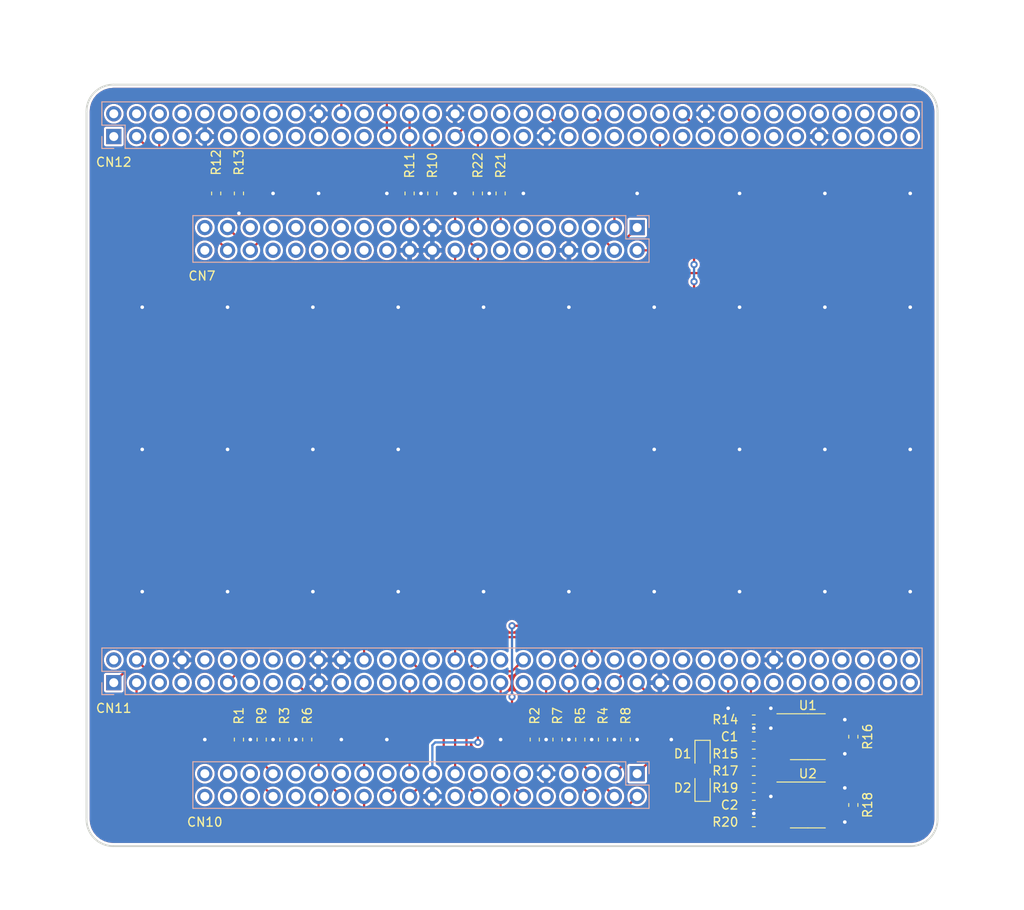
<source format=kicad_pcb>
(kicad_pcb (version 20171130) (host pcbnew "(5.1.4-0)")
  (layers (0 F.Cu signal) (31 B.Cu signal) (34 B.Paste user) (35 F.Paste user) (36 B.SilkS user) (37 F.SilkS user) (38 B.Mask user) (39 F.Mask user) (44 Edge.Cuts user))
  (net 0 "")
  (net 1 GND)
  (net 2 /HiL_Poti)
  (net 3 /DEV_5V)
  (net 4 /PL2_Switch)
  (net 5 /PL1_Switch)
  (net 6 /Disp_CS)
  (net 7 /595_SHCP)
  (net 8 /TL1_Car)
  (net 9 /TL4_Car)
  (net 10 /TL2_Car)
  (net 11 /595_DS)
  (net 12 /TL3_Car)
  (net 13 /595_Reset)
  (net 14 /595_Enable)
  (net 15 /Disp_Reset)
  (net 16 /595_STCP)
  (net 17 /CAN_RX)
  (net 18 /CAN_TX)
  (net 19 /button3_C)
  (net 20 /button3_D)
  (net 21 /button3_B)
  (net 22 /button3_center)
  (net 23 /button3_A)
  (net 24 /Disp_Data-Instr)
  (net 25 "Net-(R16-Pad1)")
  (net 26 "Net-(R16-Pad2)")
  (net 27 +3V3)
  (net 28 "Net-(D1-Pad2)")
  (net 29 "Net-(D1-Pad1)")
  (net 30 "Net-(D2-Pad1)")
  (net 31 /HiL_TL1_Car)
  (net 32 /HiL_button3_A)
  (net 33 /HiL_TL2_Car)
  (net 34 /HiL_button3_B)
  (net 35 /HiL_button3_D)
  (net 36 /HiL_TL3_Car)
  (net 37 /HiL_button3_C)
  (net 38 /HiL_button3_center)
  (net 39 /HiL_TL4_Car)
  (net 40 /HiL_SW5)
  (net 41 /HiL_SW7)
  (net 42 /HiL_LIS2DW12TR_Int2)
  (net 43 /HiL_LIS2DW12TR_Int1)
  (net 44 /HiL_USR_LED2)
  (net 45 /HiL_USR_LED1)
  (net 46 /LIS2DW12TR_Int2)
  (net 47 /LIS2DW12TR_Int1)
  (net 48 /HiL_CAN1_RX)
  (net 49 /HiL_CAN1_TX)
  (net 50 /HiL_I2C1_SDA)
  (net 51 /HiL_I2C1_SCL)
  (net 52 /HiL_UART7_TX)
  (net 53 /HiL_UART7_RX)
  (net 54 /HiL_SPI3_MOSI)
  (net 55 /HiL_SPI3_SCK)
  (net 56 "Net-(CN7-Pad40)")
  (net 57 "Net-(CN7-Pad39)")
  (net 58 "Net-(CN7-Pad35)")
  (net 59 "Net-(CN7-Pad34)")
  (net 60 "Net-(CN7-Pad33)")
  (net 61 "Net-(CN7-Pad32)")
  (net 62 "Net-(CN7-Pad31)")
  (net 63 "Net-(CN7-Pad30)")
  (net 64 "Net-(CN7-Pad29)")
  (net 65 "Net-(CN7-Pad28)")
  (net 66 "Net-(CN7-Pad27)")
  (net 67 "Net-(CN7-Pad26)")
  (net 68 "Net-(CN7-Pad25)")
  (net 69 "Net-(CN7-Pad24)")
  (net 70 "Net-(CN7-Pad23)")
  (net 71 "Net-(CN7-Pad14)")
  (net 72 "Net-(CN7-Pad12)")
  (net 73 "Net-(CN7-Pad11)")
  (net 74 "Net-(CN7-Pad10)")
  (net 75 "Net-(CN7-Pad9)")
  (net 76 "Net-(CN7-Pad7)")
  (net 77 "Net-(CN7-Pad6)")
  (net 78 "Net-(CN7-Pad5)")
  (net 79 "Net-(CN10-Pad40)")
  (net 80 "Net-(CN10-Pad39)")
  (net 81 "Net-(CN10-Pad38)")
  (net 82 "Net-(CN10-Pad37)")
  (net 83 "Net-(CN10-Pad36)")
  (net 84 "Net-(CN10-Pad35)")
  (net 85 "Net-(CN10-Pad32)")
  (net 86 "Net-(CN10-Pad31)")
  (net 87 "Net-(CN10-Pad27)")
  (net 88 "Net-(CN10-Pad23)")
  (net 89 "Net-(CN10-Pad18)")
  (net 90 "Net-(CN10-Pad15)")
  (net 91 "Net-(CN10-Pad13)")
  (net 92 "Net-(CN10-Pad11)")
  (net 93 "Net-(CN10-Pad10)")
  (net 94 "Net-(CN10-Pad8)")
  (net 95 "Net-(CN10-Pad7)")
  (net 96 "Net-(CN11-Pad72)")
  (net 97 "Net-(CN11-Pad71)")
  (net 98 "Net-(CN11-Pad70)")
  (net 99 "Net-(CN11-Pad69)")
  (net 100 "Net-(CN11-Pad68)")
  (net 101 "Net-(CN11-Pad67)")
  (net 102 "Net-(CN11-Pad66)")
  (net 103 "Net-(CN11-Pad65)")
  (net 104 "Net-(CN11-Pad64)")
  (net 105 "Net-(CN11-Pad63)")
  (net 106 "Net-(CN11-Pad62)")
  (net 107 "Net-(CN11-Pad61)")
  (net 108 "Net-(CN11-Pad59)")
  (net 109 "Net-(CN11-Pad58)")
  (net 110 "Net-(CN11-Pad56)")
  (net 111 "Net-(CN11-Pad54)")
  (net 112 "Net-(CN11-Pad53)")
  (net 113 "Net-(CN11-Pad52)")
  (net 114 "Net-(CN11-Pad51)")
  (net 115 "Net-(CN11-Pad50)")
  (net 116 "Net-(CN11-Pad48)")
  (net 117 "Net-(CN11-Pad46)")
  (net 118 "Net-(CN11-Pad40)")
  (net 119 "Net-(CN11-Pad37)")
  (net 120 "Net-(CN11-Pad36)")
  (net 121 "Net-(CN11-Pad33)")
  (net 122 "Net-(CN11-Pad30)")
  (net 123 "Net-(CN11-Pad26)")
  (net 124 "Net-(CN11-Pad25)")
  (net 125 "Net-(CN11-Pad23)")
  (net 126 "Net-(CN11-Pad21)")
  (net 127 "Net-(CN11-Pad18)")
  (net 128 "Net-(CN11-Pad16)")
  (net 129 "Net-(CN11-Pad15)")
  (net 130 "Net-(CN11-Pad14)")
  (net 131 "Net-(CN11-Pad13)")
  (net 132 "Net-(CN11-Pad12)")
  (net 133 "Net-(CN11-Pad10)")
  (net 134 "Net-(CN11-Pad9)")
  (net 135 "Net-(CN11-Pad7)")
  (net 136 "Net-(CN11-Pad6)")
  (net 137 "Net-(CN11-Pad5)")
  (net 138 "Net-(CN11-Pad2)")
  (net 139 "Net-(CN12-Pad72)")
  (net 140 "Net-(CN12-Pad71)")
  (net 141 "Net-(CN12-Pad70)")
  (net 142 "Net-(CN12-Pad69)")
  (net 143 "Net-(CN12-Pad68)")
  (net 144 "Net-(CN12-Pad67)")
  (net 145 "Net-(CN12-Pad66)")
  (net 146 "Net-(CN12-Pad65)")
  (net 147 "Net-(CN12-Pad64)")
  (net 148 "Net-(CN12-Pad62)")
  (net 149 "Net-(CN12-Pad61)")
  (net 150 "Net-(CN12-Pad60)")
  (net 151 "Net-(CN12-Pad59)")
  (net 152 "Net-(CN12-Pad58)")
  (net 153 "Net-(CN12-Pad57)")
  (net 154 "Net-(CN12-Pad56)")
  (net 155 "Net-(CN12-Pad55)")
  (net 156 "Net-(CN12-Pad53)")
  (net 157 "Net-(CN12-Pad51)")
  (net 158 "Net-(CN12-Pad50)")
  (net 159 "Net-(CN12-Pad48)")
  (net 160 "Net-(CN12-Pad47)")
  (net 161 "Net-(CN12-Pad46)")
  (net 162 "Net-(CN12-Pad45)")
  (net 163 "Net-(CN12-Pad43)")
  (net 164 "Net-(CN12-Pad42)")
  (net 165 "Net-(CN12-Pad41)")
  (net 166 "Net-(CN12-Pad38)")
  (net 167 "Net-(CN12-Pad37)")
  (net 168 "Net-(CN12-Pad36)")
  (net 169 "Net-(CN12-Pad35)")
  (net 170 "Net-(CN12-Pad34)")
  (net 171 "Net-(CN12-Pad30)")
  (net 172 "Net-(CN12-Pad24)")
  (net 173 "Net-(CN12-Pad23)")
  (net 174 "Net-(CN12-Pad21)")
  (net 175 "Net-(CN12-Pad19)")
  (net 176 "Net-(CN12-Pad18)")
  (net 177 "Net-(CN12-Pad17)")
  (net 178 "Net-(CN12-Pad16)")
  (net 179 "Net-(CN12-Pad15)")
  (net 180 "Net-(CN12-Pad14)")
  (net 181 "Net-(CN12-Pad13)")
  (net 182 "Net-(CN12-Pad12)")
  (net 183 "Net-(CN12-Pad11)")
  (net 184 "Net-(CN12-Pad10)")
  (net 185 "Net-(CN12-Pad8)")
  (net 186 "Net-(CN12-Pad7)")
  (net 187 "Net-(CN12-Pad6)")
  (net 188 "Net-(CN12-Pad4)")
  (net 189 "Net-(CN12-Pad2)")
  (net 190 "Net-(CN12-Pad1)")
  (net 191 "Net-(CN11-Pad29)")
  (net 192 "Net-(CN11-Pad31)")
  (module Logos:hil_logo_mask (layer F.Cu) (at 129.476501 93.159501)
    (fp_text reference G*** hide)
    (fp_text value LOGO hide)
  )
  (module Resistor_SMD:R_0603_1608Metric (layer F.Cu) (at 138.366501 119.829501 90)
    (fp_text reference R6 (at 1.5875 0 90) (layer F.SilkS) (effects (justify left)))
    (fp_text value 1k)
    (pad 2 smd roundrect (at 0.7875 0 90) (size 0.875 0.95) (layers F.Cu F.Paste F.Mask) (net 36 /HiL_TL3_Car))
    (pad 1 smd roundrect (at -0.7875 0 90) (size 0.875 0.95) (layers F.Cu F.Paste F.Mask) (net 12 /TL3_Car))
  )
  (module Resistor_SMD:R_0603_1608Metric (layer F.Cu) (at 130.746501 119.829501 90)
    (fp_text reference R1 (at 1.5875 0 90) (layer F.SilkS) (effects (justify left)))
    (fp_text value 1k)
    (pad 2 smd roundrect (at 0.7875 0 90) (size 0.875 0.95) (layers F.Cu F.Paste F.Mask) (net 31 /HiL_TL1_Car))
    (pad 1 smd roundrect (at -0.7875 0 90) (size 0.875 0.95) (layers F.Cu F.Paste F.Mask) (net 8 /TL1_Car))
  )
  (module Resistor_SMD:R_0603_1608Metric (layer F.Cu) (at 188.214001 121.417001)
    (fp_text reference R15 (at -3.175 0) (layer F.SilkS))
    (fp_text value 0)
    (pad 2 smd roundrect (at 0.7875 0) (size 0.875 0.95) (layers F.Cu F.Paste F.Mask) (net 48 /HiL_CAN1_RX))
    (pad 1 smd roundrect (at -0.7875 0) (size 0.875 0.95) (layers F.Cu F.Paste F.Mask) (net 28 "Net-(D1-Pad2)"))
  )
  (module Capacitor_SMD:C_0603_1608Metric (layer F.Cu) (at 188.214001 127.132001 180)
    (fp_text reference C2 (at 2.69881 0) (layer F.SilkS))
    (fp_text value 100n)
    (pad 2 smd roundrect (at 0.7875 0 180) (size 0.875 0.95) (layers F.Cu F.Paste F.Mask) (net 1 GND))
    (pad 1 smd roundrect (at -0.7875 0 180) (size 0.875 0.95) (layers F.Cu F.Paste F.Mask) (net 27 +3V3))
  )
  (module Capacitor_SMD:C_0603_1608Metric (layer F.Cu) (at 188.214001 119.512001 180)
    (fp_text reference C1 (at 2.69881 0) (layer F.SilkS))
    (fp_text value 100n)
    (pad 2 smd roundrect (at 0.7875 0 180) (size 0.875 0.95) (layers F.Cu F.Paste F.Mask) (net 1 GND))
    (pad 1 smd roundrect (at -0.7875 0 180) (size 0.875 0.95) (layers F.Cu F.Paste F.Mask) (net 27 +3V3))
  )
  (module Resistor_SMD:R_0603_1608Metric (layer F.Cu) (at 199.326501 119.512001 270)
    (fp_text reference R16 (at 0 -1.5875 90) (layer F.SilkS))
    (fp_text value 120)
    (pad 2 smd roundrect (at 0.7875 0 270) (size 0.875 0.95) (layers F.Cu F.Paste F.Mask) (net 26 "Net-(R16-Pad2)"))
    (pad 1 smd roundrect (at -0.7875 0 270) (size 0.875 0.95) (layers F.Cu F.Paste F.Mask) (net 25 "Net-(R16-Pad1)"))
  )
  (module Resistor_SMD:R_0603_1608Metric (layer F.Cu) (at 188.214001 117.607001)
    (fp_text reference R14 (at -3.175 0) (layer F.SilkS))
    (fp_text value 0)
    (pad 2 smd roundrect (at 0.7875 0) (size 0.875 0.95) (layers F.Cu F.Paste F.Mask) (net 49 /HiL_CAN1_TX))
    (pad 1 smd roundrect (at -0.7875 0) (size 0.875 0.95) (layers F.Cu F.Paste F.Mask) (net 29 "Net-(D1-Pad1)"))
  )
  (module Package_SO:SOIC-8_3.9x4.9mm_P1.27mm (layer F.Cu) (at 194.246501 119.512001)
    (fp_text reference U1 (at 0 -3.4925) (layer F.SilkS))
    (fp_text value SN65HVD233 hide)
    (pad 8 smd roundrect (at 2.475 -1.905) (size 1.95 0.6) (layers F.Cu F.Paste F.Mask) (net 1 GND))
    (pad 7 smd roundrect (at 2.475 -0.635) (size 1.95 0.6) (layers F.Cu F.Paste F.Mask) (net 25 "Net-(R16-Pad1)"))
    (pad 6 smd roundrect (at 2.475 0.635) (size 1.95 0.6) (layers F.Cu F.Paste F.Mask) (net 26 "Net-(R16-Pad2)"))
    (pad 5 smd roundrect (at 2.475 1.905) (size 1.95 0.6) (layers F.Cu F.Paste F.Mask) (net 1 GND))
    (pad 4 smd roundrect (at -2.475 1.905) (size 1.95 0.6) (layers F.Cu F.Paste F.Mask) (net 48 /HiL_CAN1_RX))
    (pad 3 smd roundrect (at -2.475 0.635) (size 1.95 0.6) (layers F.Cu F.Paste F.Mask) (net 27 +3V3))
    (pad 2 smd roundrect (at -2.475 -0.635) (size 1.95 0.6) (layers F.Cu F.Paste F.Mask) (net 1 GND))
    (pad 1 smd roundrect (at -2.475 -1.905) (size 1.95 0.6) (layers F.Cu F.Paste F.Mask) (net 49 /HiL_CAN1_TX))
  )
  (module Resistor_SMD:R_0603_1608Metric (layer F.Cu) (at 157.416501 58.869501 90)
    (fp_text reference R22 (at 1.5875 0 90) (layer F.SilkS) (effects (justify left)))
    (fp_text value 1k)
    (pad 2 smd roundrect (at 0.7875 0 90) (size 0.875 0.95) (layers F.Cu F.Paste F.Mask) (net 42 /HiL_LIS2DW12TR_Int2))
    (pad 1 smd roundrect (at -0.7875 0 90) (size 0.875 0.95) (layers F.Cu F.Paste F.Mask) (net 46 /LIS2DW12TR_Int2))
  )
  (module Resistor_SMD:R_0603_1608Metric (layer F.Cu) (at 159.956501 58.869501 90)
    (fp_text reference R21 (at 1.5875 0 90) (layer F.SilkS) (effects (justify left)))
    (fp_text value 1k)
    (pad 2 smd roundrect (at 0.7875 0 90) (size 0.875 0.95) (layers F.Cu F.Paste F.Mask) (net 43 /HiL_LIS2DW12TR_Int1))
    (pad 1 smd roundrect (at -0.7875 0 90) (size 0.875 0.95) (layers F.Cu F.Paste F.Mask) (net 47 /LIS2DW12TR_Int1))
  )
  (module Connector_PinSocket_2.54mm:PinSocket_2x36_P2.54mm_Vertical (layer B.Cu) (at 116.776501 52.519501 270)
    (fp_text reference CN12 (at 2.8575 0 180) (layer F.SilkS))
    (fp_text value Conn_02x36_Odd_Even)
    (pad 72 thru_hole oval (at -2.54 -88.9 270) (size 1.7 1.7) (drill 1) (layers *.Cu *.Mask) (net 139 "Net-(CN12-Pad72)"))
    (pad 71 thru_hole oval (at 0 -88.9 270) (size 1.7 1.7) (drill 1) (layers *.Cu *.Mask) (net 140 "Net-(CN12-Pad71)"))
    (pad 70 thru_hole oval (at -2.54 -86.36 270) (size 1.7 1.7) (drill 1) (layers *.Cu *.Mask) (net 141 "Net-(CN12-Pad70)"))
    (pad 69 thru_hole oval (at 0 -86.36 270) (size 1.7 1.7) (drill 1) (layers *.Cu *.Mask) (net 142 "Net-(CN12-Pad69)"))
    (pad 68 thru_hole oval (at -2.54 -83.82 270) (size 1.7 1.7) (drill 1) (layers *.Cu *.Mask) (net 143 "Net-(CN12-Pad68)"))
    (pad 67 thru_hole oval (at 0 -83.82 270) (size 1.7 1.7) (drill 1) (layers *.Cu *.Mask) (net 144 "Net-(CN12-Pad67)"))
    (pad 66 thru_hole oval (at -2.54 -81.28 270) (size 1.7 1.7) (drill 1) (layers *.Cu *.Mask) (net 145 "Net-(CN12-Pad66)"))
    (pad 65 thru_hole oval (at 0 -81.28 270) (size 1.7 1.7) (drill 1) (layers *.Cu *.Mask) (net 146 "Net-(CN12-Pad65)"))
    (pad 64 thru_hole oval (at -2.54 -78.74 270) (size 1.7 1.7) (drill 1) (layers *.Cu *.Mask) (net 147 "Net-(CN12-Pad64)"))
    (pad 63 thru_hole oval (at 0 -78.74 270) (size 1.7 1.7) (drill 1) (layers *.Cu *.Mask) (net 1 GND))
    (pad 62 thru_hole oval (at -2.54 -76.2 270) (size 1.7 1.7) (drill 1) (layers *.Cu *.Mask) (net 148 "Net-(CN12-Pad62)"))
    (pad 61 thru_hole oval (at 0 -76.2 270) (size 1.7 1.7) (drill 1) (layers *.Cu *.Mask) (net 149 "Net-(CN12-Pad61)"))
    (pad 60 thru_hole oval (at -2.54 -73.66 270) (size 1.7 1.7) (drill 1) (layers *.Cu *.Mask) (net 150 "Net-(CN12-Pad60)"))
    (pad 59 thru_hole oval (at 0 -73.66 270) (size 1.7 1.7) (drill 1) (layers *.Cu *.Mask) (net 151 "Net-(CN12-Pad59)"))
    (pad 58 thru_hole oval (at -2.54 -71.12 270) (size 1.7 1.7) (drill 1) (layers *.Cu *.Mask) (net 152 "Net-(CN12-Pad58)"))
    (pad 57 thru_hole oval (at 0 -71.12 270) (size 1.7 1.7) (drill 1) (layers *.Cu *.Mask) (net 153 "Net-(CN12-Pad57)"))
    (pad 56 thru_hole oval (at -2.54 -68.58 270) (size 1.7 1.7) (drill 1) (layers *.Cu *.Mask) (net 154 "Net-(CN12-Pad56)"))
    (pad 55 thru_hole oval (at 0 -68.58 270) (size 1.7 1.7) (drill 1) (layers *.Cu *.Mask) (net 155 "Net-(CN12-Pad55)"))
    (pad 54 thru_hole oval (at -2.54 -66.04 270) (size 1.7 1.7) (drill 1) (layers *.Cu *.Mask) (net 1 GND))
    (pad 53 thru_hole oval (at 0 -66.04 270) (size 1.7 1.7) (drill 1) (layers *.Cu *.Mask) (net 156 "Net-(CN12-Pad53)"))
    (pad 52 thru_hole oval (at -2.54 -63.5 270) (size 1.7 1.7) (drill 1) (layers *.Cu *.Mask) (net 14 /595_Enable))
    (pad 51 thru_hole oval (at 0 -63.5 270) (size 1.7 1.7) (drill 1) (layers *.Cu *.Mask) (net 157 "Net-(CN12-Pad51)"))
    (pad 50 thru_hole oval (at -2.54 -60.96 270) (size 1.7 1.7) (drill 1) (layers *.Cu *.Mask) (net 158 "Net-(CN12-Pad50)"))
    (pad 49 thru_hole oval (at 0 -60.96 270) (size 1.7 1.7) (drill 1) (layers *.Cu *.Mask) (net 6 /Disp_CS))
    (pad 48 thru_hole oval (at -2.54 -58.42 270) (size 1.7 1.7) (drill 1) (layers *.Cu *.Mask) (net 159 "Net-(CN12-Pad48)"))
    (pad 47 thru_hole oval (at 0 -58.42 270) (size 1.7 1.7) (drill 1) (layers *.Cu *.Mask) (net 160 "Net-(CN12-Pad47)"))
    (pad 46 thru_hole oval (at -2.54 -55.88 270) (size 1.7 1.7) (drill 1) (layers *.Cu *.Mask) (net 161 "Net-(CN12-Pad46)"))
    (pad 45 thru_hole oval (at 0 -55.88 270) (size 1.7 1.7) (drill 1) (layers *.Cu *.Mask) (net 162 "Net-(CN12-Pad45)"))
    (pad 44 thru_hole oval (at -2.54 -53.34 270) (size 1.7 1.7) (drill 1) (layers *.Cu *.Mask) (net 53 /HiL_UART7_RX))
    (pad 43 thru_hole oval (at 0 -53.34 270) (size 1.7 1.7) (drill 1) (layers *.Cu *.Mask) (net 163 "Net-(CN12-Pad43)"))
    (pad 42 thru_hole oval (at -2.54 -50.8 270) (size 1.7 1.7) (drill 1) (layers *.Cu *.Mask) (net 164 "Net-(CN12-Pad42)"))
    (pad 41 thru_hole oval (at 0 -50.8 270) (size 1.7 1.7) (drill 1) (layers *.Cu *.Mask) (net 165 "Net-(CN12-Pad41)"))
    (pad 40 thru_hole oval (at -2.54 -48.26 270) (size 1.7 1.7) (drill 1) (layers *.Cu *.Mask) (net 52 /HiL_UART7_TX))
    (pad 39 thru_hole oval (at 0 -48.26 270) (size 1.7 1.7) (drill 1) (layers *.Cu *.Mask) (net 1 GND))
    (pad 38 thru_hole oval (at -2.54 -45.72 270) (size 1.7 1.7) (drill 1) (layers *.Cu *.Mask) (net 166 "Net-(CN12-Pad38)"))
    (pad 37 thru_hole oval (at 0 -45.72 270) (size 1.7 1.7) (drill 1) (layers *.Cu *.Mask) (net 167 "Net-(CN12-Pad37)"))
    (pad 36 thru_hole oval (at -2.54 -43.18 270) (size 1.7 1.7) (drill 1) (layers *.Cu *.Mask) (net 168 "Net-(CN12-Pad36)"))
    (pad 35 thru_hole oval (at 0 -43.18 270) (size 1.7 1.7) (drill 1) (layers *.Cu *.Mask) (net 169 "Net-(CN12-Pad35)"))
    (pad 34 thru_hole oval (at -2.54 -40.64 270) (size 1.7 1.7) (drill 1) (layers *.Cu *.Mask) (net 170 "Net-(CN12-Pad34)"))
    (pad 33 thru_hole oval (at 0 -40.64 270) (size 1.7 1.7) (drill 1) (layers *.Cu *.Mask) (net 43 /HiL_LIS2DW12TR_Int1))
    (pad 32 thru_hole oval (at -2.54 -38.1 270) (size 1.7 1.7) (drill 1) (layers *.Cu *.Mask) (net 1 GND))
    (pad 31 thru_hole oval (at 0 -38.1 270) (size 1.7 1.7) (drill 1) (layers *.Cu *.Mask) (net 7 /595_SHCP))
    (pad 30 thru_hole oval (at -2.54 -35.56 270) (size 1.7 1.7) (drill 1) (layers *.Cu *.Mask) (net 171 "Net-(CN12-Pad30)"))
    (pad 29 thru_hole oval (at 0 -35.56 270) (size 1.7 1.7) (drill 1) (layers *.Cu *.Mask) (net 42 /HiL_LIS2DW12TR_Int2))
    (pad 28 thru_hole oval (at -2.54 -33.02 270) (size 1.7 1.7) (drill 1) (layers *.Cu *.Mask) (net 41 /HiL_SW7))
    (pad 27 thru_hole oval (at 0 -33.02 270) (size 1.7 1.7) (drill 1) (layers *.Cu *.Mask) (net 41 /HiL_SW7))
    (pad 26 thru_hole oval (at -2.54 -30.48 270) (size 1.7 1.7) (drill 1) (layers *.Cu *.Mask) (net 40 /HiL_SW5))
    (pad 25 thru_hole oval (at 0 -30.48 270) (size 1.7 1.7) (drill 1) (layers *.Cu *.Mask) (net 40 /HiL_SW5))
    (pad 24 thru_hole oval (at -2.54 -27.94 270) (size 1.7 1.7) (drill 1) (layers *.Cu *.Mask) (net 172 "Net-(CN12-Pad24)"))
    (pad 23 thru_hole oval (at 0 -27.94 270) (size 1.7 1.7) (drill 1) (layers *.Cu *.Mask) (net 173 "Net-(CN12-Pad23)"))
    (pad 22 thru_hole oval (at -2.54 -25.4 270) (size 1.7 1.7) (drill 1) (layers *.Cu *.Mask) (net 54 /HiL_SPI3_MOSI))
    (pad 21 thru_hole oval (at 0 -25.4 270) (size 1.7 1.7) (drill 1) (layers *.Cu *.Mask) (net 174 "Net-(CN12-Pad21)"))
    (pad 20 thru_hole oval (at -2.54 -22.86 270) (size 1.7 1.7) (drill 1) (layers *.Cu *.Mask) (net 1 GND))
    (pad 19 thru_hole oval (at 0 -22.86 270) (size 1.7 1.7) (drill 1) (layers *.Cu *.Mask) (net 175 "Net-(CN12-Pad19)"))
    (pad 18 thru_hole oval (at -2.54 -20.32 270) (size 1.7 1.7) (drill 1) (layers *.Cu *.Mask) (net 176 "Net-(CN12-Pad18)"))
    (pad 17 thru_hole oval (at 0 -20.32 270) (size 1.7 1.7) (drill 1) (layers *.Cu *.Mask) (net 177 "Net-(CN12-Pad17)"))
    (pad 16 thru_hole oval (at -2.54 -17.78 270) (size 1.7 1.7) (drill 1) (layers *.Cu *.Mask) (net 178 "Net-(CN12-Pad16)"))
    (pad 15 thru_hole oval (at 0 -17.78 270) (size 1.7 1.7) (drill 1) (layers *.Cu *.Mask) (net 179 "Net-(CN12-Pad15)"))
    (pad 14 thru_hole oval (at -2.54 -15.24 270) (size 1.7 1.7) (drill 1) (layers *.Cu *.Mask) (net 180 "Net-(CN12-Pad14)"))
    (pad 13 thru_hole oval (at 0 -15.24 270) (size 1.7 1.7) (drill 1) (layers *.Cu *.Mask) (net 181 "Net-(CN12-Pad13)"))
    (pad 12 thru_hole oval (at -2.54 -12.7 270) (size 1.7 1.7) (drill 1) (layers *.Cu *.Mask) (net 182 "Net-(CN12-Pad12)"))
    (pad 11 thru_hole oval (at 0 -12.7 270) (size 1.7 1.7) (drill 1) (layers *.Cu *.Mask) (net 183 "Net-(CN12-Pad11)"))
    (pad 10 thru_hole oval (at -2.54 -10.16 270) (size 1.7 1.7) (drill 1) (layers *.Cu *.Mask) (net 184 "Net-(CN12-Pad10)"))
    (pad 9 thru_hole oval (at 0 -10.16 270) (size 1.7 1.7) (drill 1) (layers *.Cu *.Mask) (net 1 GND))
    (pad 8 thru_hole oval (at -2.54 -7.62 270) (size 1.7 1.7) (drill 1) (layers *.Cu *.Mask) (net 185 "Net-(CN12-Pad8)"))
    (pad 7 thru_hole oval (at 0 -7.62 270) (size 1.7 1.7) (drill 1) (layers *.Cu *.Mask) (net 186 "Net-(CN12-Pad7)"))
    (pad 6 thru_hole oval (at -2.54 -5.08 270) (size 1.7 1.7) (drill 1) (layers *.Cu *.Mask) (net 187 "Net-(CN12-Pad6)"))
    (pad 5 thru_hole oval (at 0 -5.08 270) (size 1.7 1.7) (drill 1) (layers *.Cu *.Mask) (net 50 /HiL_I2C1_SDA))
    (pad 4 thru_hole oval (at -2.54 -2.54 270) (size 1.7 1.7) (drill 1) (layers *.Cu *.Mask) (net 188 "Net-(CN12-Pad4)"))
    (pad 3 thru_hole oval (at 0 -2.54 270) (size 1.7 1.7) (drill 1) (layers *.Cu *.Mask) (net 51 /HiL_I2C1_SCL))
    (pad 2 thru_hole oval (at -2.54 0 270) (size 1.7 1.7) (drill 1) (layers *.Cu *.Mask) (net 189 "Net-(CN12-Pad2)"))
    (pad 1 thru_hole rect (at 0 0 270) (size 1.7 1.7) (drill 1) (layers *.Cu *.Mask) (net 190 "Net-(CN12-Pad1)"))
  )
  (module Connector_PinSocket_2.54mm:PinSocket_2x36_P2.54mm_Vertical (layer B.Cu) (at 116.776501 113.479501 270)
    (fp_text reference CN11 (at 2.8575 0 180) (layer F.SilkS))
    (fp_text value Conn_02x36_Odd_Even)
    (pad 72 thru_hole oval (at -2.54 -88.9 270) (size 1.7 1.7) (drill 1) (layers *.Cu *.Mask) (net 96 "Net-(CN11-Pad72)"))
    (pad 71 thru_hole oval (at 0 -88.9 270) (size 1.7 1.7) (drill 1) (layers *.Cu *.Mask) (net 97 "Net-(CN11-Pad71)"))
    (pad 70 thru_hole oval (at -2.54 -86.36 270) (size 1.7 1.7) (drill 1) (layers *.Cu *.Mask) (net 98 "Net-(CN11-Pad70)"))
    (pad 69 thru_hole oval (at 0 -86.36 270) (size 1.7 1.7) (drill 1) (layers *.Cu *.Mask) (net 99 "Net-(CN11-Pad69)"))
    (pad 68 thru_hole oval (at -2.54 -83.82 270) (size 1.7 1.7) (drill 1) (layers *.Cu *.Mask) (net 100 "Net-(CN11-Pad68)"))
    (pad 67 thru_hole oval (at 0 -83.82 270) (size 1.7 1.7) (drill 1) (layers *.Cu *.Mask) (net 101 "Net-(CN11-Pad67)"))
    (pad 66 thru_hole oval (at -2.54 -81.28 270) (size 1.7 1.7) (drill 1) (layers *.Cu *.Mask) (net 102 "Net-(CN11-Pad66)"))
    (pad 65 thru_hole oval (at 0 -81.28 270) (size 1.7 1.7) (drill 1) (layers *.Cu *.Mask) (net 103 "Net-(CN11-Pad65)"))
    (pad 64 thru_hole oval (at -2.54 -78.74 270) (size 1.7 1.7) (drill 1) (layers *.Cu *.Mask) (net 104 "Net-(CN11-Pad64)"))
    (pad 63 thru_hole oval (at 0 -78.74 270) (size 1.7 1.7) (drill 1) (layers *.Cu *.Mask) (net 105 "Net-(CN11-Pad63)"))
    (pad 62 thru_hole oval (at -2.54 -76.2 270) (size 1.7 1.7) (drill 1) (layers *.Cu *.Mask) (net 106 "Net-(CN11-Pad62)"))
    (pad 61 thru_hole oval (at 0 -76.2 270) (size 1.7 1.7) (drill 1) (layers *.Cu *.Mask) (net 107 "Net-(CN11-Pad61)"))
    (pad 60 thru_hole oval (at -2.54 -73.66 270) (size 1.7 1.7) (drill 1) (layers *.Cu *.Mask) (net 1 GND))
    (pad 59 thru_hole oval (at 0 -73.66 270) (size 1.7 1.7) (drill 1) (layers *.Cu *.Mask) (net 108 "Net-(CN11-Pad59)"))
    (pad 58 thru_hole oval (at -2.54 -71.12 270) (size 1.7 1.7) (drill 1) (layers *.Cu *.Mask) (net 109 "Net-(CN11-Pad58)"))
    (pad 57 thru_hole oval (at 0 -71.12 270) (size 1.7 1.7) (drill 1) (layers *.Cu *.Mask) (net 48 /HiL_CAN1_RX))
    (pad 56 thru_hole oval (at -2.54 -68.58 270) (size 1.7 1.7) (drill 1) (layers *.Cu *.Mask) (net 110 "Net-(CN11-Pad56)"))
    (pad 55 thru_hole oval (at 0 -68.58 270) (size 1.7 1.7) (drill 1) (layers *.Cu *.Mask) (net 49 /HiL_CAN1_TX))
    (pad 54 thru_hole oval (at -2.54 -66.04 270) (size 1.7 1.7) (drill 1) (layers *.Cu *.Mask) (net 111 "Net-(CN11-Pad54)"))
    (pad 53 thru_hole oval (at 0 -66.04 270) (size 1.7 1.7) (drill 1) (layers *.Cu *.Mask) (net 112 "Net-(CN11-Pad53)"))
    (pad 52 thru_hole oval (at -2.54 -63.5 270) (size 1.7 1.7) (drill 1) (layers *.Cu *.Mask) (net 113 "Net-(CN11-Pad52)"))
    (pad 51 thru_hole oval (at 0 -63.5 270) (size 1.7 1.7) (drill 1) (layers *.Cu *.Mask) (net 114 "Net-(CN11-Pad51)"))
    (pad 50 thru_hole oval (at -2.54 -60.96 270) (size 1.7 1.7) (drill 1) (layers *.Cu *.Mask) (net 115 "Net-(CN11-Pad50)"))
    (pad 49 thru_hole oval (at 0 -60.96 270) (size 1.7 1.7) (drill 1) (layers *.Cu *.Mask) (net 1 GND))
    (pad 48 thru_hole oval (at -2.54 -58.42 270) (size 1.7 1.7) (drill 1) (layers *.Cu *.Mask) (net 116 "Net-(CN11-Pad48)"))
    (pad 47 thru_hole oval (at 0 -58.42 270) (size 1.7 1.7) (drill 1) (layers *.Cu *.Mask) (net 24 /Disp_Data-Instr))
    (pad 46 thru_hole oval (at -2.54 -55.88 270) (size 1.7 1.7) (drill 1) (layers *.Cu *.Mask) (net 117 "Net-(CN11-Pad46)"))
    (pad 45 thru_hole oval (at 0 -55.88 270) (size 1.7 1.7) (drill 1) (layers *.Cu *.Mask) (net 11 /595_DS))
    (pad 44 thru_hole oval (at -2.54 -53.34 270) (size 1.7 1.7) (drill 1) (layers *.Cu *.Mask) (net 32 /HiL_button3_A))
    (pad 43 thru_hole oval (at 0 -53.34 270) (size 1.7 1.7) (drill 1) (layers *.Cu *.Mask) (net 38 /HiL_button3_center))
    (pad 42 thru_hole oval (at -2.54 -50.8 270) (size 1.7 1.7) (drill 1) (layers *.Cu *.Mask) (net 34 /HiL_button3_B))
    (pad 41 thru_hole oval (at 0 -50.8 270) (size 1.7 1.7) (drill 1) (layers *.Cu *.Mask) (net 35 /HiL_button3_D))
    (pad 40 thru_hole oval (at -2.54 -48.26 270) (size 1.7 1.7) (drill 1) (layers *.Cu *.Mask) (net 118 "Net-(CN11-Pad40)"))
    (pad 39 thru_hole oval (at 0 -48.26 270) (size 1.7 1.7) (drill 1) (layers *.Cu *.Mask) (net 37 /HiL_button3_C))
    (pad 38 thru_hole oval (at -2.54 -45.72 270) (size 1.7 1.7) (drill 1) (layers *.Cu *.Mask) (net 15 /Disp_Reset))
    (pad 37 thru_hole oval (at 0 -45.72 270) (size 1.7 1.7) (drill 1) (layers *.Cu *.Mask) (net 119 "Net-(CN11-Pad37)"))
    (pad 36 thru_hole oval (at -2.54 -43.18 270) (size 1.7 1.7) (drill 1) (layers *.Cu *.Mask) (net 120 "Net-(CN11-Pad36)"))
    (pad 35 thru_hole oval (at 0 -43.18 270) (size 1.7 1.7) (drill 1) (layers *.Cu *.Mask) (net 16 /595_STCP))
    (pad 34 thru_hole oval (at -2.54 -40.64 270) (size 1.7 1.7) (drill 1) (layers *.Cu *.Mask) (net 44 /HiL_USR_LED2))
    (pad 33 thru_hole oval (at 0 -40.64 270) (size 1.7 1.7) (drill 1) (layers *.Cu *.Mask) (net 121 "Net-(CN11-Pad33)"))
    (pad 32 thru_hole oval (at -2.54 -38.1 270) (size 1.7 1.7) (drill 1) (layers *.Cu *.Mask) (net 2 /HiL_Poti))
    (pad 31 thru_hole oval (at 0 -38.1 270) (size 1.7 1.7) (drill 1) (layers *.Cu *.Mask) (net 192 "Net-(CN11-Pad31)"))
    (pad 30 thru_hole oval (at -2.54 -35.56 270) (size 1.7 1.7) (drill 1) (layers *.Cu *.Mask) (net 122 "Net-(CN11-Pad30)"))
    (pad 29 thru_hole oval (at 0 -35.56 270) (size 1.7 1.7) (drill 1) (layers *.Cu *.Mask) (net 191 "Net-(CN11-Pad29)"))
    (pad 28 thru_hole oval (at -2.54 -33.02 270) (size 1.7 1.7) (drill 1) (layers *.Cu *.Mask) (net 45 /HiL_USR_LED1))
    (pad 27 thru_hole oval (at 0 -33.02 270) (size 1.7 1.7) (drill 1) (layers *.Cu *.Mask) (net 13 /595_Reset))
    (pad 26 thru_hole oval (at -2.54 -30.48 270) (size 1.7 1.7) (drill 1) (layers *.Cu *.Mask) (net 123 "Net-(CN11-Pad26)"))
    (pad 25 thru_hole oval (at 0 -30.48 270) (size 1.7 1.7) (drill 1) (layers *.Cu *.Mask) (net 124 "Net-(CN11-Pad25)"))
    (pad 24 thru_hole oval (at -2.54 -27.94 270) (size 1.7 1.7) (drill 1) (layers *.Cu *.Mask) (net 3 /DEV_5V))
    (pad 23 thru_hole oval (at 0 -27.94 270) (size 1.7 1.7) (drill 1) (layers *.Cu *.Mask) (net 125 "Net-(CN11-Pad23)"))
    (pad 22 thru_hole oval (at -2.54 -25.4 270) (size 1.7 1.7) (drill 1) (layers *.Cu *.Mask) (net 1 GND))
    (pad 21 thru_hole oval (at 0 -25.4 270) (size 1.7 1.7) (drill 1) (layers *.Cu *.Mask) (net 126 "Net-(CN11-Pad21)"))
    (pad 20 thru_hole oval (at -2.54 -22.86 270) (size 1.7 1.7) (drill 1) (layers *.Cu *.Mask) (net 1 GND))
    (pad 19 thru_hole oval (at 0 -22.86 270) (size 1.7 1.7) (drill 1) (layers *.Cu *.Mask) (net 1 GND))
    (pad 18 thru_hole oval (at -2.54 -20.32 270) (size 1.7 1.7) (drill 1) (layers *.Cu *.Mask) (net 127 "Net-(CN11-Pad18)"))
    (pad 17 thru_hole oval (at 0 -20.32 270) (size 1.7 1.7) (drill 1) (layers *.Cu *.Mask) (net 36 /HiL_TL3_Car))
    (pad 16 thru_hole oval (at -2.54 -17.78 270) (size 1.7 1.7) (drill 1) (layers *.Cu *.Mask) (net 128 "Net-(CN11-Pad16)"))
    (pad 15 thru_hole oval (at 0 -17.78 270) (size 1.7 1.7) (drill 1) (layers *.Cu *.Mask) (net 129 "Net-(CN11-Pad15)"))
    (pad 14 thru_hole oval (at -2.54 -15.24 270) (size 1.7 1.7) (drill 1) (layers *.Cu *.Mask) (net 130 "Net-(CN11-Pad14)"))
    (pad 13 thru_hole oval (at 0 -15.24 270) (size 1.7 1.7) (drill 1) (layers *.Cu *.Mask) (net 131 "Net-(CN11-Pad13)"))
    (pad 12 thru_hole oval (at -2.54 -12.7 270) (size 1.7 1.7) (drill 1) (layers *.Cu *.Mask) (net 132 "Net-(CN11-Pad12)"))
    (pad 11 thru_hole oval (at 0 -12.7 270) (size 1.7 1.7) (drill 1) (layers *.Cu *.Mask) (net 33 /HiL_TL2_Car))
    (pad 10 thru_hole oval (at -2.54 -10.16 270) (size 1.7 1.7) (drill 1) (layers *.Cu *.Mask) (net 133 "Net-(CN11-Pad10)"))
    (pad 9 thru_hole oval (at 0 -10.16 270) (size 1.7 1.7) (drill 1) (layers *.Cu *.Mask) (net 134 "Net-(CN11-Pad9)"))
    (pad 8 thru_hole oval (at -2.54 -7.62 270) (size 1.7 1.7) (drill 1) (layers *.Cu *.Mask) (net 1 GND))
    (pad 7 thru_hole oval (at 0 -7.62 270) (size 1.7 1.7) (drill 1) (layers *.Cu *.Mask) (net 135 "Net-(CN11-Pad7)"))
    (pad 6 thru_hole oval (at -2.54 -5.08 270) (size 1.7 1.7) (drill 1) (layers *.Cu *.Mask) (net 136 "Net-(CN11-Pad6)"))
    (pad 5 thru_hole oval (at 0 -5.08 270) (size 1.7 1.7) (drill 1) (layers *.Cu *.Mask) (net 137 "Net-(CN11-Pad5)"))
    (pad 4 thru_hole oval (at -2.54 -2.54 270) (size 1.7 1.7) (drill 1) (layers *.Cu *.Mask) (net 39 /HiL_TL4_Car))
    (pad 3 thru_hole oval (at 0 -2.54 270) (size 1.7 1.7) (drill 1) (layers *.Cu *.Mask) (net 31 /HiL_TL1_Car))
    (pad 2 thru_hole oval (at -2.54 0 270) (size 1.7 1.7) (drill 1) (layers *.Cu *.Mask) (net 138 "Net-(CN11-Pad2)"))
    (pad 1 thru_hole rect (at 0 0 270) (size 1.7 1.7) (drill 1) (layers *.Cu *.Mask) (net 55 /HiL_SPI3_SCK))
  )
  (module Resistor_SMD:R_0603_1608Metric (layer F.Cu) (at 188.214001 129.037001 180)
    (fp_text reference R20 (at 3.175 0) (layer F.SilkS))
    (fp_text value 0)
    (pad 2 smd roundrect (at 0.7875 0 180) (size 0.875 0.95) (layers F.Cu F.Paste F.Mask) (net 28 "Net-(D1-Pad2)"))
    (pad 1 smd roundrect (at -0.7875 0 180) (size 0.875 0.95) (layers F.Cu F.Paste F.Mask) (net 17 /CAN_RX))
  )
  (module Resistor_SMD:R_0603_1608Metric (layer F.Cu) (at 188.214001 125.227001 180)
    (fp_text reference R19 (at 3.175 0) (layer F.SilkS))
    (fp_text value 0)
    (pad 2 smd roundrect (at 0.7875 0 180) (size 0.875 0.95) (layers F.Cu F.Paste F.Mask) (net 30 "Net-(D2-Pad1)"))
    (pad 1 smd roundrect (at -0.7875 0 180) (size 0.875 0.95) (layers F.Cu F.Paste F.Mask) (net 18 /CAN_TX))
  )
  (module Resistor_SMD:R_0603_1608Metric (layer F.Cu) (at 199.326501 127.132001 270)
    (fp_text reference R18 (at 0 -1.5875 90) (layer F.SilkS))
    (fp_text value 120)
    (pad 2 smd roundrect (at 0.7875 0 270) (size 0.875 0.95) (layers F.Cu F.Paste F.Mask) (net 26 "Net-(R16-Pad2)"))
    (pad 1 smd roundrect (at -0.7875 0 270) (size 0.875 0.95) (layers F.Cu F.Paste F.Mask) (net 25 "Net-(R16-Pad1)"))
  )
  (module Resistor_SMD:R_0603_1608Metric (layer F.Cu) (at 188.214001 123.322001 180)
    (fp_text reference R17 (at 3.175 0) (layer F.SilkS))
    (fp_text value 3k3)
    (pad 2 smd roundrect (at 0.7875 0 180) (size 0.875 0.95) (layers F.Cu F.Paste F.Mask) (net 28 "Net-(D1-Pad2)"))
    (pad 1 smd roundrect (at -0.7875 0 180) (size 0.875 0.95) (layers F.Cu F.Paste F.Mask) (net 27 +3V3))
  )
  (module Resistor_SMD:R_0603_1608Metric (layer F.Cu) (at 130.746501 58.869501 270)
    (fp_text reference R13 (at -1.905 0 90) (layer F.SilkS) (effects (justify left)))
    (fp_text value 10k)
    (pad 2 smd roundrect (at 0.7875 0 270) (size 0.875 0.95) (layers F.Cu F.Paste F.Mask) (net 50 /HiL_I2C1_SDA))
    (pad 1 smd roundrect (at -0.7875 0 270) (size 0.875 0.95) (layers F.Cu F.Paste F.Mask) (net 27 +3V3))
  )
  (module Resistor_SMD:R_0603_1608Metric (layer F.Cu) (at 128.206501 58.869501 270)
    (fp_text reference R12 (at -1.905 0 90) (layer F.SilkS) (effects (justify left)))
    (fp_text value 10k)
    (pad 2 smd roundrect (at 0.7875 0 270) (size 0.875 0.95) (layers F.Cu F.Paste F.Mask) (net 51 /HiL_I2C1_SCL))
    (pad 1 smd roundrect (at -0.7875 0 270) (size 0.875 0.95) (layers F.Cu F.Paste F.Mask) (net 27 +3V3))
  )
  (module Resistor_SMD:R_0603_1608Metric (layer F.Cu) (at 149.796501 58.869501 90)
    (fp_text reference R11 (at 1.5875 0 90) (layer F.SilkS) (effects (justify left)))
    (fp_text value 1k)
    (pad 2 smd roundrect (at 0.7875 0 90) (size 0.875 0.95) (layers F.Cu F.Paste F.Mask) (net 41 /HiL_SW7))
    (pad 1 smd roundrect (at -0.7875 0 90) (size 0.875 0.95) (layers F.Cu F.Paste F.Mask) (net 4 /PL2_Switch))
  )
  (module Resistor_SMD:R_0603_1608Metric (layer F.Cu) (at 152.336501 58.869501 90)
    (fp_text reference R10 (at 1.5875 0 90) (layer F.SilkS) (effects (justify left)))
    (fp_text value 1k)
    (pad 2 smd roundrect (at 0.7875 0 90) (size 0.875 0.95) (layers F.Cu F.Paste F.Mask) (net 40 /HiL_SW5))
    (pad 1 smd roundrect (at -0.7875 0 90) (size 0.875 0.95) (layers F.Cu F.Paste F.Mask) (net 5 /PL1_Switch))
  )
  (module Resistor_SMD:R_0603_1608Metric (layer F.Cu) (at 133.286501 119.829501 90)
    (fp_text reference R9 (at 1.5875 0 90) (layer F.SilkS) (effects (justify left)))
    (fp_text value 1k)
    (pad 2 smd roundrect (at 0.7875 0 90) (size 0.875 0.95) (layers F.Cu F.Paste F.Mask) (net 39 /HiL_TL4_Car))
    (pad 1 smd roundrect (at -0.7875 0 90) (size 0.875 0.95) (layers F.Cu F.Paste F.Mask) (net 9 /TL4_Car))
  )
  (module Resistor_SMD:R_0603_1608Metric (layer F.Cu) (at 173.926501 119.829501 90)
    (fp_text reference R8 (at 1.5875 0 90) (layer F.SilkS) (effects (justify left)))
    (fp_text value 1k)
    (pad 2 smd roundrect (at 0.7875 0 90) (size 0.875 0.95) (layers F.Cu F.Paste F.Mask) (net 38 /HiL_button3_center))
    (pad 1 smd roundrect (at -0.7875 0 90) (size 0.875 0.95) (layers F.Cu F.Paste F.Mask) (net 22 /button3_center))
  )
  (module Resistor_SMD:R_0603_1608Metric (layer F.Cu) (at 166.306501 119.829501 90)
    (fp_text reference R7 (at 1.5875 0 90) (layer F.SilkS) (effects (justify left)))
    (fp_text value 1k)
    (pad 2 smd roundrect (at 0.7875 0 90) (size 0.875 0.95) (layers F.Cu F.Paste F.Mask) (net 37 /HiL_button3_C))
    (pad 1 smd roundrect (at -0.7875 0 90) (size 0.875 0.95) (layers F.Cu F.Paste F.Mask) (net 19 /button3_C))
  )
  (module Resistor_SMD:R_0603_1608Metric (layer F.Cu) (at 168.846501 119.829501 90)
    (fp_text reference R5 (at 1.5875 0 90) (layer F.SilkS) (effects (justify left)))
    (fp_text value 1k)
    (pad 2 smd roundrect (at 0.7875 0 90) (size 0.875 0.95) (layers F.Cu F.Paste F.Mask) (net 35 /HiL_button3_D))
    (pad 1 smd roundrect (at -0.7875 0 90) (size 0.875 0.95) (layers F.Cu F.Paste F.Mask) (net 20 /button3_D))
  )
  (module Resistor_SMD:R_0603_1608Metric (layer F.Cu) (at 171.386501 119.829501 90)
    (fp_text reference R4 (at 1.5875 0 90) (layer F.SilkS) (effects (justify left)))
    (fp_text value 1k)
    (pad 2 smd roundrect (at 0.7875 0 90) (size 0.875 0.95) (layers F.Cu F.Paste F.Mask) (net 34 /HiL_button3_B))
    (pad 1 smd roundrect (at -0.7875 0 90) (size 0.875 0.95) (layers F.Cu F.Paste F.Mask) (net 21 /button3_B))
  )
  (module Resistor_SMD:R_0603_1608Metric (layer F.Cu) (at 135.826501 119.829501 90)
    (fp_text reference R3 (at 1.5875 0 90) (layer F.SilkS) (effects (justify left)))
    (fp_text value 1k)
    (pad 2 smd roundrect (at 0.7875 0 90) (size 0.875 0.95) (layers F.Cu F.Paste F.Mask) (net 33 /HiL_TL2_Car))
    (pad 1 smd roundrect (at -0.7875 0 90) (size 0.875 0.95) (layers F.Cu F.Paste F.Mask) (net 10 /TL2_Car))
  )
  (module Resistor_SMD:R_0603_1608Metric (layer F.Cu) (at 163.766501 119.829501 90)
    (fp_text reference R2 (at 1.5875 0 90) (layer F.SilkS) (effects (justify left)))
    (fp_text value 1k)
    (pad 2 smd roundrect (at 0.7875 0 90) (size 0.875 0.95) (layers F.Cu F.Paste F.Mask) (net 32 /HiL_button3_A))
    (pad 1 smd roundrect (at -0.7875 0 90) (size 0.875 0.95) (layers F.Cu F.Paste F.Mask) (net 23 /button3_A))
  )
  (module Diode_SMD:D_SOD-323 (layer F.Cu) (at 182.499001 125.227001 90)
    (fp_text reference D2 (at 0 -2.2225 180) (layer F.SilkS))
    (fp_text value D)
    (pad 2 smd rect (at 1.05 0 90) (size 0.6 0.45) (layers F.Cu F.Paste F.Mask) (net 28 "Net-(D1-Pad2)"))
    (pad 1 smd rect (at -1.05 0 90) (size 0.6 0.45) (layers F.Cu F.Paste F.Mask) (net 30 "Net-(D2-Pad1)"))
  )
  (module Diode_SMD:D_SOD-323 (layer F.Cu) (at 182.499001 121.417001 270)
    (fp_text reference D1 (at 0 2.2225) (layer F.SilkS))
    (fp_text value D)
    (pad 2 smd rect (at 1.05 0 270) (size 0.6 0.45) (layers F.Cu F.Paste F.Mask) (net 28 "Net-(D1-Pad2)"))
    (pad 1 smd rect (at -1.05 0 270) (size 0.6 0.45) (layers F.Cu F.Paste F.Mask) (net 29 "Net-(D1-Pad1)"))
  )
  (module Package_SO:SOIC-8_3.9x4.9mm_P1.27mm (layer F.Cu) (at 194.246501 127.132001)
    (fp_text reference U2 (at 0 -3.4925) (layer F.SilkS))
    (fp_text value SN65HVD233)
    (pad 8 smd roundrect (at 2.475 -1.905) (size 1.95 0.6) (layers F.Cu F.Paste F.Mask) (net 1 GND))
    (pad 7 smd roundrect (at 2.475 -0.635) (size 1.95 0.6) (layers F.Cu F.Paste F.Mask) (net 25 "Net-(R16-Pad1)"))
    (pad 6 smd roundrect (at 2.475 0.635) (size 1.95 0.6) (layers F.Cu F.Paste F.Mask) (net 26 "Net-(R16-Pad2)"))
    (pad 5 smd roundrect (at 2.475 1.905) (size 1.95 0.6) (layers F.Cu F.Paste F.Mask) (net 1 GND))
    (pad 4 smd roundrect (at -2.475 1.905) (size 1.95 0.6) (layers F.Cu F.Paste F.Mask) (net 17 /CAN_RX))
    (pad 3 smd roundrect (at -2.475 0.635) (size 1.95 0.6) (layers F.Cu F.Paste F.Mask) (net 27 +3V3))
    (pad 2 smd roundrect (at -2.475 -0.635) (size 1.95 0.6) (layers F.Cu F.Paste F.Mask) (net 1 GND))
    (pad 1 smd roundrect (at -2.475 -1.905) (size 1.95 0.6) (layers F.Cu F.Paste F.Mask) (net 18 /CAN_TX))
  )
  (module Connector_PinSocket_2.54mm:PinSocket_2x20_P2.54mm_Vertical (layer B.Cu) (at 175.196501 123.639501 90)
    (fp_text reference CN10 (at -5.3975 -48.26) (layer F.SilkS))
    (fp_text value Conn_02x20_Odd_Even)
    (pad 40 thru_hole oval (at -2.54 -48.26 90) (size 1.7 1.7) (drill 1) (layers *.Cu *.Mask) (net 79 "Net-(CN10-Pad40)"))
    (pad 39 thru_hole oval (at 0 -48.26 90) (size 1.7 1.7) (drill 1) (layers *.Cu *.Mask) (net 80 "Net-(CN10-Pad39)"))
    (pad 38 thru_hole oval (at -2.54 -45.72 90) (size 1.7 1.7) (drill 1) (layers *.Cu *.Mask) (net 81 "Net-(CN10-Pad38)"))
    (pad 37 thru_hole oval (at 0 -45.72 90) (size 1.7 1.7) (drill 1) (layers *.Cu *.Mask) (net 82 "Net-(CN10-Pad37)"))
    (pad 36 thru_hole oval (at -2.54 -43.18 90) (size 1.7 1.7) (drill 1) (layers *.Cu *.Mask) (net 83 "Net-(CN10-Pad36)"))
    (pad 35 thru_hole oval (at 0 -43.18 90) (size 1.7 1.7) (drill 1) (layers *.Cu *.Mask) (net 84 "Net-(CN10-Pad35)"))
    (pad 34 thru_hole oval (at -2.54 -40.64 90) (size 1.7 1.7) (drill 1) (layers *.Cu *.Mask) (net 8 /TL1_Car))
    (pad 33 thru_hole oval (at 0 -40.64 90) (size 1.7 1.7) (drill 1) (layers *.Cu *.Mask) (net 9 /TL4_Car))
    (pad 32 thru_hole oval (at -2.54 -38.1 90) (size 1.7 1.7) (drill 1) (layers *.Cu *.Mask) (net 85 "Net-(CN10-Pad32)"))
    (pad 31 thru_hole oval (at 0 -38.1 90) (size 1.7 1.7) (drill 1) (layers *.Cu *.Mask) (net 86 "Net-(CN10-Pad31)"))
    (pad 30 thru_hole oval (at -2.54 -35.56 90) (size 1.7 1.7) (drill 1) (layers *.Cu *.Mask) (net 10 /TL2_Car))
    (pad 29 thru_hole oval (at 0 -35.56 90) (size 1.7 1.7) (drill 1) (layers *.Cu *.Mask) (net 11 /595_DS))
    (pad 28 thru_hole oval (at -2.54 -33.02 90) (size 1.7 1.7) (drill 1) (layers *.Cu *.Mask) (net 12 /TL3_Car))
    (pad 27 thru_hole oval (at 0 -33.02 90) (size 1.7 1.7) (drill 1) (layers *.Cu *.Mask) (net 87 "Net-(CN10-Pad27)"))
    (pad 26 thru_hole oval (at -2.54 -30.48 90) (size 1.7 1.7) (drill 1) (layers *.Cu *.Mask) (net 44 /HiL_USR_LED2))
    (pad 25 thru_hole oval (at 0 -30.48 90) (size 1.7 1.7) (drill 1) (layers *.Cu *.Mask) (net 55 /HiL_SPI3_SCK))
    (pad 24 thru_hole oval (at -2.54 -27.94 90) (size 1.7 1.7) (drill 1) (layers *.Cu *.Mask) (net 2 /HiL_Poti))
    (pad 23 thru_hole oval (at 0 -27.94 90) (size 1.7 1.7) (drill 1) (layers *.Cu *.Mask) (net 88 "Net-(CN10-Pad23)"))
    (pad 22 thru_hole oval (at -2.54 -25.4 90) (size 1.7 1.7) (drill 1) (layers *.Cu *.Mask) (net 45 /HiL_USR_LED1))
    (pad 21 thru_hole oval (at 0 -25.4 90) (size 1.7 1.7) (drill 1) (layers *.Cu *.Mask) (net 13 /595_Reset))
    (pad 20 thru_hole oval (at -2.54 -22.86 90) (size 1.7 1.7) (drill 1) (layers *.Cu *.Mask) (net 1 GND))
    (pad 19 thru_hole oval (at 0 -22.86 90) (size 1.7 1.7) (drill 1) (layers *.Cu *.Mask) (net 14 /595_Enable))
    (pad 18 thru_hole oval (at -2.54 -20.32 90) (size 1.7 1.7) (drill 1) (layers *.Cu *.Mask) (net 89 "Net-(CN10-Pad18)"))
    (pad 17 thru_hole oval (at 0 -20.32 90) (size 1.7 1.7) (drill 1) (layers *.Cu *.Mask) (net 15 /Disp_Reset))
    (pad 16 thru_hole oval (at -2.54 -17.78 90) (size 1.7 1.7) (drill 1) (layers *.Cu *.Mask) (net 16 /595_STCP))
    (pad 15 thru_hole oval (at 0 -17.78 90) (size 1.7 1.7) (drill 1) (layers *.Cu *.Mask) (net 90 "Net-(CN10-Pad15)"))
    (pad 14 thru_hole oval (at -2.54 -15.24 90) (size 1.7 1.7) (drill 1) (layers *.Cu *.Mask) (net 17 /CAN_RX))
    (pad 13 thru_hole oval (at 0 -15.24 90) (size 1.7 1.7) (drill 1) (layers *.Cu *.Mask) (net 91 "Net-(CN10-Pad13)"))
    (pad 12 thru_hole oval (at -2.54 -12.7 90) (size 1.7 1.7) (drill 1) (layers *.Cu *.Mask) (net 18 /CAN_TX))
    (pad 11 thru_hole oval (at 0 -12.7 90) (size 1.7 1.7) (drill 1) (layers *.Cu *.Mask) (net 92 "Net-(CN10-Pad11)"))
    (pad 10 thru_hole oval (at -2.54 -10.16 90) (size 1.7 1.7) (drill 1) (layers *.Cu *.Mask) (net 93 "Net-(CN10-Pad10)"))
    (pad 9 thru_hole oval (at 0 -10.16 90) (size 1.7 1.7) (drill 1) (layers *.Cu *.Mask) (net 1 GND))
    (pad 8 thru_hole oval (at -2.54 -7.62 90) (size 1.7 1.7) (drill 1) (layers *.Cu *.Mask) (net 94 "Net-(CN10-Pad8)"))
    (pad 7 thru_hole oval (at 0 -7.62 90) (size 1.7 1.7) (drill 1) (layers *.Cu *.Mask) (net 95 "Net-(CN10-Pad7)"))
    (pad 6 thru_hole oval (at -2.54 -5.08 90) (size 1.7 1.7) (drill 1) (layers *.Cu *.Mask) (net 19 /button3_C))
    (pad 5 thru_hole oval (at 0 -5.08 90) (size 1.7 1.7) (drill 1) (layers *.Cu *.Mask) (net 20 /button3_D))
    (pad 4 thru_hole oval (at -2.54 -2.54 90) (size 1.7 1.7) (drill 1) (layers *.Cu *.Mask) (net 21 /button3_B))
    (pad 3 thru_hole oval (at 0 -2.54 90) (size 1.7 1.7) (drill 1) (layers *.Cu *.Mask) (net 22 /button3_center))
    (pad 2 thru_hole oval (at -2.54 0 90) (size 1.7 1.7) (drill 1) (layers *.Cu *.Mask) (net 23 /button3_A))
    (pad 1 thru_hole rect (at 0 0 90) (size 1.7 1.7) (drill 1) (layers *.Cu *.Mask) (net 24 /Disp_Data-Instr))
  )
  (module Connector_PinSocket_2.54mm:PinSocket_2x20_P2.54mm_Vertical (layer B.Cu) (at 175.196501 62.679501 90)
    (fp_text reference CN7 (at -5.3975 -48.5775 180) (layer F.SilkS))
    (fp_text value Conn_02x20_Odd_Even)
    (pad 40 thru_hole oval (at -2.54 -48.26 90) (size 1.7 1.7) (drill 1) (layers *.Cu *.Mask) (net 56 "Net-(CN7-Pad40)"))
    (pad 39 thru_hole oval (at 0 -48.26 90) (size 1.7 1.7) (drill 1) (layers *.Cu *.Mask) (net 57 "Net-(CN7-Pad39)"))
    (pad 38 thru_hole oval (at -2.54 -45.72 90) (size 1.7 1.7) (drill 1) (layers *.Cu *.Mask) (net 51 /HiL_I2C1_SCL))
    (pad 37 thru_hole oval (at 0 -45.72 90) (size 1.7 1.7) (drill 1) (layers *.Cu *.Mask) (net 54 /HiL_SPI3_MOSI))
    (pad 36 thru_hole oval (at -2.54 -43.18 90) (size 1.7 1.7) (drill 1) (layers *.Cu *.Mask) (net 50 /HiL_I2C1_SDA))
    (pad 35 thru_hole oval (at 0 -43.18 90) (size 1.7 1.7) (drill 1) (layers *.Cu *.Mask) (net 58 "Net-(CN7-Pad35)"))
    (pad 34 thru_hole oval (at -2.54 -40.64 90) (size 1.7 1.7) (drill 1) (layers *.Cu *.Mask) (net 59 "Net-(CN7-Pad34)"))
    (pad 33 thru_hole oval (at 0 -40.64 90) (size 1.7 1.7) (drill 1) (layers *.Cu *.Mask) (net 60 "Net-(CN7-Pad33)"))
    (pad 32 thru_hole oval (at -2.54 -38.1 90) (size 1.7 1.7) (drill 1) (layers *.Cu *.Mask) (net 61 "Net-(CN7-Pad32)"))
    (pad 31 thru_hole oval (at 0 -38.1 90) (size 1.7 1.7) (drill 1) (layers *.Cu *.Mask) (net 62 "Net-(CN7-Pad31)"))
    (pad 30 thru_hole oval (at -2.54 -35.56 90) (size 1.7 1.7) (drill 1) (layers *.Cu *.Mask) (net 63 "Net-(CN7-Pad30)"))
    (pad 29 thru_hole oval (at 0 -35.56 90) (size 1.7 1.7) (drill 1) (layers *.Cu *.Mask) (net 64 "Net-(CN7-Pad29)"))
    (pad 28 thru_hole oval (at -2.54 -33.02 90) (size 1.7 1.7) (drill 1) (layers *.Cu *.Mask) (net 65 "Net-(CN7-Pad28)"))
    (pad 27 thru_hole oval (at 0 -33.02 90) (size 1.7 1.7) (drill 1) (layers *.Cu *.Mask) (net 66 "Net-(CN7-Pad27)"))
    (pad 26 thru_hole oval (at -2.54 -30.48 90) (size 1.7 1.7) (drill 1) (layers *.Cu *.Mask) (net 67 "Net-(CN7-Pad26)"))
    (pad 25 thru_hole oval (at 0 -30.48 90) (size 1.7 1.7) (drill 1) (layers *.Cu *.Mask) (net 68 "Net-(CN7-Pad25)"))
    (pad 24 thru_hole oval (at -2.54 -27.94 90) (size 1.7 1.7) (drill 1) (layers *.Cu *.Mask) (net 69 "Net-(CN7-Pad24)"))
    (pad 23 thru_hole oval (at 0 -27.94 90) (size 1.7 1.7) (drill 1) (layers *.Cu *.Mask) (net 70 "Net-(CN7-Pad23)"))
    (pad 22 thru_hole oval (at -2.54 -25.4 90) (size 1.7 1.7) (drill 1) (layers *.Cu *.Mask) (net 1 GND))
    (pad 21 thru_hole oval (at 0 -25.4 90) (size 1.7 1.7) (drill 1) (layers *.Cu *.Mask) (net 4 /PL2_Switch))
    (pad 20 thru_hole oval (at -2.54 -22.86 90) (size 1.7 1.7) (drill 1) (layers *.Cu *.Mask) (net 1 GND))
    (pad 19 thru_hole oval (at 0 -22.86 90) (size 1.7 1.7) (drill 1) (layers *.Cu *.Mask) (net 1 GND))
    (pad 18 thru_hole oval (at -2.54 -20.32 90) (size 1.7 1.7) (drill 1) (layers *.Cu *.Mask) (net 3 /DEV_5V))
    (pad 17 thru_hole oval (at 0 -20.32 90) (size 1.7 1.7) (drill 1) (layers *.Cu *.Mask) (net 5 /PL1_Switch))
    (pad 16 thru_hole oval (at -2.54 -17.78 90) (size 1.7 1.7) (drill 1) (layers *.Cu *.Mask) (net 27 +3V3))
    (pad 15 thru_hole oval (at 0 -17.78 90) (size 1.7 1.7) (drill 1) (layers *.Cu *.Mask) (net 46 /LIS2DW12TR_Int2))
    (pad 14 thru_hole oval (at -2.54 -15.24 90) (size 1.7 1.7) (drill 1) (layers *.Cu *.Mask) (net 71 "Net-(CN7-Pad14)"))
    (pad 13 thru_hole oval (at 0 -15.24 90) (size 1.7 1.7) (drill 1) (layers *.Cu *.Mask) (net 47 /LIS2DW12TR_Int1))
    (pad 12 thru_hole oval (at -2.54 -12.7 90) (size 1.7 1.7) (drill 1) (layers *.Cu *.Mask) (net 72 "Net-(CN7-Pad12)"))
    (pad 11 thru_hole oval (at 0 -12.7 90) (size 1.7 1.7) (drill 1) (layers *.Cu *.Mask) (net 73 "Net-(CN7-Pad11)"))
    (pad 10 thru_hole oval (at -2.54 -10.16 90) (size 1.7 1.7) (drill 1) (layers *.Cu *.Mask) (net 74 "Net-(CN7-Pad10)"))
    (pad 9 thru_hole oval (at 0 -10.16 90) (size 1.7 1.7) (drill 1) (layers *.Cu *.Mask) (net 75 "Net-(CN7-Pad9)"))
    (pad 8 thru_hole oval (at -2.54 -7.62 90) (size 1.7 1.7) (drill 1) (layers *.Cu *.Mask) (net 1 GND))
    (pad 7 thru_hole oval (at 0 -7.62 90) (size 1.7 1.7) (drill 1) (layers *.Cu *.Mask) (net 76 "Net-(CN7-Pad7)"))
    (pad 6 thru_hole oval (at -2.54 -5.08 90) (size 1.7 1.7) (drill 1) (layers *.Cu *.Mask) (net 77 "Net-(CN7-Pad6)"))
    (pad 5 thru_hole oval (at 0 -5.08 90) (size 1.7 1.7) (drill 1) (layers *.Cu *.Mask) (net 78 "Net-(CN7-Pad5)"))
    (pad 4 thru_hole oval (at -2.54 -2.54 90) (size 1.7 1.7) (drill 1) (layers *.Cu *.Mask) (net 52 /HiL_UART7_TX))
    (pad 3 thru_hole oval (at 0 -2.54 90) (size 1.7 1.7) (drill 1) (layers *.Cu *.Mask) (net 53 /HiL_UART7_RX))
    (pad 2 thru_hole oval (at -2.54 0 90) (size 1.7 1.7) (drill 1) (layers *.Cu *.Mask) (net 6 /Disp_CS))
    (pad 1 thru_hole rect (at 0 0 90) (size 1.7 1.7) (drill 1) (layers *.Cu *.Mask) (net 7 /595_SHCP))
  )
  (gr_arc (start 116.729001 49.727001) (end 116.729001 46.727001) (angle -90) (layer Edge.Cuts) (width 0.2))
  (gr_line (start 113.729001 49.727001) (end 113.729001 128.727) (layer Edge.Cuts) (width 0.2))
  (gr_arc (start 205.729 128.727) (end 205.729 131.727) (angle -90) (layer Edge.Cuts) (width 0.2))
  (gr_arc (start 116.729001 128.727) (end 113.729001 128.727) (angle -90) (layer Edge.Cuts) (width 0.2))
  (gr_line (start 205.729 46.727001) (end 116.729001 46.727001) (layer Edge.Cuts) (width 0.2))
  (gr_arc (start 205.729 49.727001) (end 208.729 49.727001) (angle -90) (layer Edge.Cuts) (width 0.2))
  (gr_line (start 208.729 128.727) (end 208.729 49.727001) (layer Edge.Cuts) (width 0.2))
  (gr_line (start 116.729001 131.727) (end 205.729 131.727) (layer Edge.Cuts) (width 0.2))
  (via (at 129.476501 103.319501) (size 0.8) (drill 0.4) (layers F.Cu B.Cu) (net 1))
  (via (at 139.001501 103.319501) (size 0.8) (drill 0.4) (layers F.Cu B.Cu) (net 1))
  (via (at 119.951501 103.319501) (size 0.8) (drill 0.4) (layers F.Cu B.Cu) (net 1))
  (via (at 198.374001 117.607001) (size 0.8) (drill 0.4) (layers F.Cu B.Cu) (net 1))
  (via (at 198.374001 121.417001) (size 0.8) (drill 0.4) (layers F.Cu B.Cu) (net 1))
  (via (at 198.374001 125.227001) (size 0.8) (drill 0.4) (layers F.Cu B.Cu) (net 1))
  (via (at 198.374001 129.037001) (size 0.8) (drill 0.4) (layers F.Cu B.Cu) (net 1))
  (via (at 190.119001 126.179501) (size 0.8) (drill 0.4) (layers F.Cu B.Cu) (net 1))
  (via (at 190.119001 118.559501) (size 0.8) (drill 0.4) (layers F.Cu B.Cu) (net 1))
  (via (at 188.214001 118.559501) (size 0.8) (drill 0.4) (layers F.Cu B.Cu) (net 1))
  (via (at 188.214001 128.084501) (size 0.8) (drill 0.4) (layers F.Cu B.Cu) (net 1))
  (via (at 134.556501 58.869501) (size 0.8) (drill 0.4) (layers F.Cu B.Cu) (net 1))
  (via (at 119.951501 71.569501) (size 0.8) (drill 0.4) (layers F.Cu B.Cu) (net 1))
  (via (at 129.476501 71.569501) (size 0.8) (drill 0.4) (layers F.Cu B.Cu) (net 1))
  (via (at 139.001501 71.569501) (size 0.8) (drill 0.4) (layers F.Cu B.Cu) (net 1))
  (via (at 148.526501 71.569501) (size 0.8) (drill 0.4) (layers F.Cu B.Cu) (net 1))
  (via (at 158.051501 71.569501) (size 0.8) (drill 0.4) (layers F.Cu B.Cu) (net 1))
  (via (at 167.576501 71.569501) (size 0.8) (drill 0.4) (layers F.Cu B.Cu) (net 1))
  (via (at 177.101501 71.569501) (size 0.8) (drill 0.4) (layers F.Cu B.Cu) (net 1))
  (via (at 186.626501 71.569501) (size 0.8) (drill 0.4) (layers F.Cu B.Cu) (net 1))
  (via (at 196.151501 71.569501) (size 0.8) (drill 0.4) (layers F.Cu B.Cu) (net 1))
  (via (at 205.676501 71.569501) (size 0.8) (drill 0.4) (layers F.Cu B.Cu) (net 1))
  (via (at 177.101501 87.444501) (size 0.8) (drill 0.4) (layers F.Cu B.Cu) (net 1))
  (via (at 177.101501 103.319501) (size 0.8) (drill 0.4) (layers F.Cu B.Cu) (net 1))
  (via (at 148.526501 87.444501) (size 0.8) (drill 0.4) (layers F.Cu B.Cu) (net 1))
  (via (at 148.526501 103.319501) (size 0.8) (drill 0.4) (layers F.Cu B.Cu) (net 1))
  (via (at 139.636501 58.869501) (size 0.8) (drill 0.4) (layers F.Cu B.Cu) (net 1))
  (via (at 147.256501 58.869501) (size 0.8) (drill 0.4) (layers F.Cu B.Cu) (net 1))
  (via (at 154.876501 58.869501) (size 0.8) (drill 0.4) (layers F.Cu B.Cu) (net 1))
  (via (at 162.496501 58.869501) (size 0.8) (drill 0.4) (layers F.Cu B.Cu) (net 1))
  (via (at 175.196501 58.869501) (size 0.8) (drill 0.4) (layers F.Cu B.Cu) (net 1))
  (via (at 142.176501 119.829501) (size 0.8) (drill 0.4) (layers F.Cu B.Cu) (net 1))
  (via (at 147.256501 119.829501) (size 0.8) (drill 0.4) (layers F.Cu B.Cu) (net 1))
  (via (at 159.956501 119.829501) (size 0.8) (drill 0.4) (layers F.Cu B.Cu) (net 1))
  (via (at 175.196501 119.829501) (size 0.8) (drill 0.4) (layers F.Cu B.Cu) (net 1))
  (via (at 179.006501 119.829501) (size 0.8) (drill 0.4) (layers F.Cu B.Cu) (net 1))
  (via (at 126.936501 119.829501) (size 0.8) (drill 0.4) (layers F.Cu B.Cu) (net 1))
  (via (at 134.556501 119.829501) (size 0.8) (drill 0.4) (layers F.Cu B.Cu) (net 1))
  (via (at 132.016501 119.829501) (size 0.8) (drill 0.4) (layers F.Cu B.Cu) (net 1))
  (via (at 137.096501 119.829501) (size 0.8) (drill 0.4) (layers F.Cu B.Cu) (net 1))
  (via (at 170.116501 119.829501) (size 0.8) (drill 0.4) (layers F.Cu B.Cu) (net 1))
  (via (at 172.656501 119.829501) (size 0.8) (drill 0.4) (layers F.Cu B.Cu) (net 1))
  (via (at 165.036501 119.829501) (size 0.8) (drill 0.4) (layers F.Cu B.Cu) (net 1))
  (via (at 167.576501 119.829501) (size 0.8) (drill 0.4) (layers F.Cu B.Cu) (net 1))
  (via (at 190.119001 116.337001) (size 0.8) (drill 0.4) (layers F.Cu B.Cu) (net 1))
  (via (at 185.356501 116.337001) (size 0.8) (drill 0.4) (layers F.Cu B.Cu) (net 1))
  (via (at 151.066501 58.869501) (size 0.8) (drill 0.4) (layers F.Cu B.Cu) (net 1))
  (via (at 158.686501 58.869501) (size 0.8) (drill 0.4) (layers F.Cu B.Cu) (net 1))
  (via (at 130.746501 61.092001) (size 0.8) (drill 0.4) (layers F.Cu B.Cu) (net 1))
  (via (at 186.626501 58.869501) (size 0.8) (drill 0.4) (layers F.Cu B.Cu) (net 1))
  (via (at 196.151501 58.869501) (size 0.8) (drill 0.4) (layers F.Cu B.Cu) (net 1))
  (via (at 205.676501 58.869501) (size 0.8) (drill 0.4) (layers F.Cu B.Cu) (net 1))
  (via (at 158.051501 103.319501) (size 0.8) (drill 0.4) (layers F.Cu B.Cu) (net 1))
  (via (at 167.576501 103.319501) (size 0.8) (drill 0.4) (layers F.Cu B.Cu) (net 1))
  (via (at 186.626501 103.319501) (size 0.8) (drill 0.4) (layers F.Cu B.Cu) (net 1))
  (via (at 196.151501 103.319501) (size 0.8) (drill 0.4) (layers F.Cu B.Cu) (net 1))
  (via (at 205.676501 103.319501) (size 0.8) (drill 0.4) (layers F.Cu B.Cu) (net 1))
  (via (at 196.151501 87.444501) (size 0.8) (drill 0.4) (layers F.Cu B.Cu) (net 1))
  (via (at 205.676501 87.444501) (size 0.8) (drill 0.4) (layers F.Cu B.Cu) (net 1))
  (via (at 139.001501 87.444501) (size 0.8) (drill 0.4) (layers F.Cu B.Cu) (net 1))
  (via (at 119.951501 87.444501) (size 0.8) (drill 0.4) (layers F.Cu B.Cu) (net 1))
  (via (at 186.626501 87.444501) (size 0.8) (drill 0.4) (layers F.Cu B.Cu) (net 1))
  (via (at 129.476501 87.444501) (size 0.8) (drill 0.4) (layers F.Cu B.Cu) (net 1))
  (segment (start 154.876501 109.669501) (end 154.876501 110.939501) (width 0.25) (layer F.Cu) (net 2))
  (segment (start 154.241501 109.034501) (end 154.876501 109.669501) (width 0.25) (layer F.Cu) (net 2))
  (segment (start 149.161501 109.034501) (end 154.241501 109.034501) (width 0.25) (layer F.Cu) (net 2))
  (segment (start 148.526501 109.669501) (end 149.161501 109.034501) (width 0.25) (layer F.Cu) (net 2))
  (segment (start 148.526501 124.909501) (end 148.526501 109.669501) (width 0.25) (layer F.Cu) (net 2))
  (segment (start 147.256501 126.179501) (end 148.526501 124.909501) (width 0.25) (layer F.Cu) (net 2))
  (segment (start 144.716501 68.394501) (end 144.716501 110.939501) (width 0.25) (layer F.Cu) (net 3))
  (segment (start 145.351501 67.759501) (end 144.716501 68.394501) (width 0.25) (layer F.Cu) (net 3))
  (segment (start 154.876501 67.442001) (end 154.559001 67.759501) (width 0.25) (layer F.Cu) (net 3))
  (segment (start 154.559001 67.759501) (end 145.351501 67.759501) (width 0.25) (layer F.Cu) (net 3))
  (segment (start 154.876501 65.219501) (end 154.876501 67.442001) (width 0.25) (layer F.Cu) (net 3))
  (segment (start 149.796501 62.679501) (end 149.796501 59.657001) (width 0.25) (layer F.Cu) (net 4))
  (segment (start 153.759001 59.657001) (end 152.336501 59.657001) (width 0.25) (layer F.Cu) (net 5))
  (segment (start 154.876501 60.774501) (end 153.759001 59.657001) (width 0.25) (layer F.Cu) (net 5))
  (segment (start 154.876501 62.679501) (end 154.876501 60.774501) (width 0.25) (layer F.Cu) (net 5))
  (segment (start 177.736501 64.584501) (end 177.736501 52.519501) (width 0.25) (layer F.Cu) (net 6))
  (segment (start 177.101501 65.219501) (end 177.736501 64.584501) (width 0.25) (layer F.Cu) (net 6))
  (segment (start 175.196501 65.219501) (end 177.101501 65.219501) (width 0.25) (layer F.Cu) (net 6))
  (segment (start 156.146501 51.249501) (end 154.876501 52.519501) (width 0.25) (layer F.Cu) (net 7))
  (segment (start 163.155501 51.249501) (end 156.146501 51.249501) (width 0.25) (layer F.Cu) (net 7))
  (segment (start 163.766501 54.424501) (end 163.766501 51.860501) (width 0.25) (layer F.Cu) (net 7))
  (segment (start 168.846501 59.504501) (end 163.766501 54.424501) (width 0.25) (layer F.Cu) (net 7))
  (segment (start 173.926501 66.489501) (end 173.291501 67.124501) (width 0.25) (layer F.Cu) (net 7))
  (segment (start 169.481501 67.124501) (end 168.846501 66.489501) (width 0.25) (layer F.Cu) (net 7))
  (segment (start 163.766501 51.860501) (end 163.155501 51.249501) (width 0.25) (layer F.Cu) (net 7))
  (segment (start 173.291501 67.124501) (end 169.481501 67.124501) (width 0.25) (layer F.Cu) (net 7))
  (segment (start 173.926501 63.949501) (end 173.926501 66.489501) (width 0.25) (layer F.Cu) (net 7))
  (segment (start 168.846501 66.489501) (end 168.846501 59.504501) (width 0.25) (layer F.Cu) (net 7))
  (segment (start 175.196501 62.679501) (end 173.926501 63.949501) (width 0.25) (layer F.Cu) (net 7))
  (segment (start 130.746501 124.274501) (end 130.746501 120.617001) (width 0.25) (layer F.Cu) (net 8))
  (segment (start 133.286501 124.909501) (end 131.381501 124.909501) (width 0.25) (layer F.Cu) (net 8))
  (segment (start 131.381501 124.909501) (end 130.746501 124.274501) (width 0.25) (layer F.Cu) (net 8))
  (segment (start 134.556501 126.179501) (end 133.286501 124.909501) (width 0.25) (layer F.Cu) (net 8))
  (segment (start 134.556501 123.639501) (end 133.286501 122.369501) (width 0.25) (layer F.Cu) (net 9))
  (segment (start 133.286501 122.369501) (end 133.286501 120.617001) (width 0.25) (layer F.Cu) (net 9))
  (segment (start 135.826501 127.449501) (end 135.826501 120.617001) (width 0.25) (layer F.Cu) (net 10))
  (segment (start 136.144001 127.767001) (end 135.826501 127.449501) (width 0.25) (layer F.Cu) (net 10))
  (segment (start 139.319001 127.767001) (end 136.144001 127.767001) (width 0.25) (layer F.Cu) (net 10))
  (segment (start 139.636501 127.449501) (end 139.319001 127.767001) (width 0.25) (layer F.Cu) (net 10))
  (segment (start 139.636501 126.179501) (end 139.636501 127.449501) (width 0.25) (layer F.Cu) (net 10))
  (segment (start 173.926501 112.209501) (end 173.5065 112.629502) (width 0.25) (layer F.Cu) (net 11))
  (segment (start 173.926501 109.352001) (end 173.926501 112.209501) (width 0.25) (layer F.Cu) (net 11))
  (segment (start 172.974001 108.399501) (end 173.926501 109.352001) (width 0.25) (layer F.Cu) (net 11))
  (segment (start 145.986501 109.669501) (end 147.256501 108.399501) (width 0.25) (layer F.Cu) (net 11))
  (segment (start 173.5065 112.629502) (end 172.656501 113.479501) (width 0.25) (layer F.Cu) (net 11))
  (segment (start 145.986501 124.274501) (end 145.986501 109.669501) (width 0.25) (layer F.Cu) (net 11))
  (segment (start 145.351501 124.909501) (end 145.986501 124.274501) (width 0.25) (layer F.Cu) (net 11))
  (segment (start 144.081501 124.909501) (end 145.351501 124.909501) (width 0.25) (layer F.Cu) (net 11))
  (segment (start 147.256501 108.399501) (end 172.974001 108.399501) (width 0.25) (layer F.Cu) (net 11))
  (segment (start 143.446501 124.274501) (end 144.081501 124.909501) (width 0.25) (layer F.Cu) (net 11))
  (segment (start 139.636501 122.369501) (end 139.954001 122.052001) (width 0.25) (layer F.Cu) (net 11))
  (segment (start 139.954001 122.052001) (end 142.811501 122.052001) (width 0.25) (layer F.Cu) (net 11))
  (segment (start 143.446501 122.687001) (end 143.446501 124.274501) (width 0.25) (layer F.Cu) (net 11))
  (segment (start 142.811501 122.052001) (end 143.446501 122.687001) (width 0.25) (layer F.Cu) (net 11))
  (segment (start 139.636501 123.639501) (end 139.636501 122.369501) (width 0.25) (layer F.Cu) (net 11))
  (segment (start 138.366501 124.274501) (end 138.366501 120.617001) (width 0.25) (layer F.Cu) (net 12))
  (segment (start 140.906501 124.909501) (end 139.001501 124.909501) (width 0.25) (layer F.Cu) (net 12))
  (segment (start 139.001501 124.909501) (end 138.366501 124.274501) (width 0.25) (layer F.Cu) (net 12))
  (segment (start 142.176501 126.179501) (end 140.906501 124.909501) (width 0.25) (layer F.Cu) (net 12))
  (segment (start 149.796501 123.639501) (end 149.796501 113.479501) (width 0.25) (layer F.Cu) (net 13))
  (segment (start 152.336501 123.639501) (end 152.336501 122.43742) (width 0.25) (layer B.Cu) (net 14))
  (segment (start 152.336501 122.43742) (end 152.336501 120.464501) (width 0.25) (layer B.Cu) (net 14))
  (segment (start 152.654001 120.147001) (end 157.416501 120.147001) (width 0.25) (layer B.Cu) (net 14))
  (via (at 157.416501 120.147001) (size 0.8) (drill 0.4) (layers F.Cu B.Cu) (net 14))
  (segment (start 152.336501 120.464501) (end 152.654001 120.147001) (width 0.25) (layer B.Cu) (net 14))
  (via (at 161.226501 115.067001) (size 0.8) (drill 0.4) (layers F.Cu B.Cu) (net 14))
  (segment (start 161.226501 115.067001) (end 161.226501 114.501316) (width 0.25) (layer B.Cu) (net 14))
  (segment (start 161.226501 114.501316) (end 161.226501 107.129501) (width 0.25) (layer B.Cu) (net 14))
  (via (at 161.226501 107.129501) (size 0.8) (drill 0.4) (layers F.Cu B.Cu) (net 14))
  (via (at 181.546501 68.712001) (size 0.8) (drill 0.4) (layers F.Cu B.Cu) (net 14))
  (segment (start 181.546501 68.712001) (end 181.546501 66.806995) (width 0.25) (layer B.Cu) (net 14))
  (via (at 181.546501 66.806995) (size 0.8) (drill 0.4) (layers F.Cu B.Cu) (net 14))
  (segment (start 180.276501 49.979501) (end 181.546501 51.249501) (width 0.25) (layer F.Cu) (net 14))
  (segment (start 181.546501 51.249501) (end 181.546501 66.24131) (width 0.25) (layer F.Cu) (net 14))
  (segment (start 181.546501 66.24131) (end 181.546501 66.806995) (width 0.25) (layer F.Cu) (net 14))
  (segment (start 181.546501 69.277686) (end 181.546501 68.712001) (width 0.25) (layer F.Cu) (net 14))
  (segment (start 181.546501 106.177001) (end 181.546501 69.277686) (width 0.25) (layer F.Cu) (net 14))
  (segment (start 180.594001 107.129501) (end 181.546501 106.177001) (width 0.25) (layer F.Cu) (net 14))
  (segment (start 161.226501 107.129501) (end 180.594001 107.129501) (width 0.25) (layer F.Cu) (net 14))
  (segment (start 161.226501 116.337001) (end 161.226501 115.067001) (width 0.25) (layer F.Cu) (net 14))
  (segment (start 157.416501 117.607001) (end 158.051501 116.972001) (width 0.25) (layer F.Cu) (net 14))
  (segment (start 160.591501 116.972001) (end 161.226501 116.337001) (width 0.25) (layer F.Cu) (net 14))
  (segment (start 158.051501 116.972001) (end 160.591501 116.972001) (width 0.25) (layer F.Cu) (net 14))
  (segment (start 157.416501 120.147001) (end 157.416501 117.607001) (width 0.25) (layer F.Cu) (net 14))
  (segment (start 158.686501 112.844501) (end 159.321501 112.209501) (width 0.25) (layer F.Cu) (net 15))
  (segment (start 158.051501 115.067001) (end 158.686501 114.432001) (width 0.25) (layer F.Cu) (net 15))
  (segment (start 161.226501 112.209501) (end 162.496501 110.939501) (width 0.25) (layer F.Cu) (net 15))
  (segment (start 159.321501 112.209501) (end 161.226501 112.209501) (width 0.25) (layer F.Cu) (net 15))
  (segment (start 155.511501 115.067001) (end 158.051501 115.067001) (width 0.25) (layer F.Cu) (net 15))
  (segment (start 158.686501 114.432001) (end 158.686501 112.844501) (width 0.25) (layer F.Cu) (net 15))
  (segment (start 154.876501 115.702001) (end 155.511501 115.067001) (width 0.25) (layer F.Cu) (net 15))
  (segment (start 154.876501 123.639501) (end 154.876501 115.702001) (width 0.25) (layer F.Cu) (net 15))
  (segment (start 159.956501 115.067001) (end 159.956501 113.479501) (width 0.25) (layer F.Cu) (net 16))
  (segment (start 157.416501 126.179501) (end 156.146501 124.909501) (width 0.25) (layer F.Cu) (net 16))
  (segment (start 159.004001 116.019501) (end 159.956501 115.067001) (width 0.25) (layer F.Cu) (net 16))
  (segment (start 156.781501 116.019501) (end 159.004001 116.019501) (width 0.25) (layer F.Cu) (net 16))
  (segment (start 156.146501 116.654501) (end 156.781501 116.019501) (width 0.25) (layer F.Cu) (net 16))
  (segment (start 156.146501 124.909501) (end 156.146501 116.654501) (width 0.25) (layer F.Cu) (net 16))
  (segment (start 191.771501 129.037001) (end 189.319001 129.037001) (width 0.25) (layer F.Cu) (net 17))
  (segment (start 188.049001 129.989501) (end 189.001501 129.037001) (width 0.25) (layer F.Cu) (net 17))
  (segment (start 162.496501 129.989501) (end 188.049001 129.989501) (width 0.25) (layer F.Cu) (net 17))
  (segment (start 159.956501 127.449501) (end 162.496501 129.989501) (width 0.25) (layer F.Cu) (net 17))
  (segment (start 159.956501 126.179501) (end 159.956501 127.449501) (width 0.25) (layer F.Cu) (net 17))
  (segment (start 191.771501 125.227001) (end 189.319001 125.227001) (width 0.25) (layer F.Cu) (net 18))
  (segment (start 193.611501 125.862001) (end 192.976501 125.227001) (width 0.25) (layer F.Cu) (net 18))
  (segment (start 193.611501 129.989501) (end 193.611501 125.862001) (width 0.25) (layer F.Cu) (net 18))
  (segment (start 192.976501 130.624501) (end 193.611501 129.989501) (width 0.25) (layer F.Cu) (net 18))
  (segment (start 161.861501 130.624501) (end 192.976501 130.624501) (width 0.25) (layer F.Cu) (net 18))
  (segment (start 158.686501 127.449501) (end 161.861501 130.624501) (width 0.25) (layer F.Cu) (net 18))
  (segment (start 158.686501 125.544501) (end 158.686501 127.449501) (width 0.25) (layer F.Cu) (net 18))
  (segment (start 159.321501 124.909501) (end 158.686501 125.544501) (width 0.25) (layer F.Cu) (net 18))
  (segment (start 192.976501 125.227001) (end 191.771501 125.227001) (width 0.25) (layer F.Cu) (net 18))
  (segment (start 161.226501 124.909501) (end 159.321501 124.909501) (width 0.25) (layer F.Cu) (net 18))
  (segment (start 162.496501 126.179501) (end 161.226501 124.909501) (width 0.25) (layer F.Cu) (net 18))
  (segment (start 166.306501 121.154501) (end 166.306501 120.617001) (width 0.25) (layer F.Cu) (net 19))
  (segment (start 166.306501 124.274501) (end 166.306501 121.154501) (width 0.25) (layer F.Cu) (net 19))
  (segment (start 166.941501 124.909501) (end 166.306501 124.274501) (width 0.25) (layer F.Cu) (net 19))
  (segment (start 168.846501 124.909501) (end 166.941501 124.909501) (width 0.25) (layer F.Cu) (net 19))
  (segment (start 170.116501 126.179501) (end 168.846501 124.909501) (width 0.25) (layer F.Cu) (net 19))
  (segment (start 168.846501 122.369501) (end 168.846501 120.617001) (width 0.25) (layer F.Cu) (net 20))
  (segment (start 170.116501 123.639501) (end 168.846501 122.369501) (width 0.25) (layer F.Cu) (net 20))
  (segment (start 171.386501 124.909501) (end 171.386501 120.617001) (width 0.25) (layer F.Cu) (net 21))
  (segment (start 172.656501 126.179501) (end 171.386501 124.909501) (width 0.25) (layer F.Cu) (net 21))
  (segment (start 172.656501 123.639501) (end 173.926501 122.369501) (width 0.25) (layer F.Cu) (net 22))
  (segment (start 173.926501 122.369501) (end 173.926501 120.617001) (width 0.25) (layer F.Cu) (net 22))
  (segment (start 163.766501 121.154501) (end 163.766501 120.617001) (width 0.25) (layer F.Cu) (net 23))
  (segment (start 163.766501 127.449501) (end 163.766501 121.154501) (width 0.25) (layer F.Cu) (net 23))
  (segment (start 173.291501 128.084501) (end 164.401501 128.084501) (width 0.25) (layer F.Cu) (net 23))
  (segment (start 164.401501 128.084501) (end 163.766501 127.449501) (width 0.25) (layer F.Cu) (net 23))
  (segment (start 175.196501 126.179501) (end 173.291501 128.084501) (width 0.25) (layer F.Cu) (net 23))
  (segment (start 176.466501 114.749501) (end 175.196501 113.479501) (width 0.25) (layer F.Cu) (net 24))
  (segment (start 176.466501 122.369501) (end 176.466501 114.749501) (width 0.25) (layer F.Cu) (net 24))
  (segment (start 175.196501 123.639501) (end 176.466501 122.369501) (width 0.25) (layer F.Cu) (net 24))
  (segment (start 199.174001 118.877001) (end 199.326501 118.724501) (width 0.25) (layer F.Cu) (net 25))
  (segment (start 196.721501 118.877001) (end 199.174001 118.877001) (width 0.25) (layer F.Cu) (net 25))
  (segment (start 199.174001 126.497001) (end 199.326501 126.344501) (width 0.25) (layer F.Cu) (net 25))
  (segment (start 196.721501 126.497001) (end 199.174001 126.497001) (width 0.25) (layer F.Cu) (net 25))
  (segment (start 195.199001 118.877001) (end 196.721501 118.877001) (width 0.25) (layer F.Cu) (net 25))
  (segment (start 194.246501 119.829501) (end 195.199001 118.877001) (width 0.25) (layer F.Cu) (net 25))
  (segment (start 194.246501 122.687001) (end 194.246501 119.829501) (width 0.25) (layer F.Cu) (net 25))
  (segment (start 195.199001 123.639501) (end 194.246501 122.687001) (width 0.25) (layer F.Cu) (net 25))
  (segment (start 199.644001 123.639501) (end 195.199001 123.639501) (width 0.25) (layer F.Cu) (net 25))
  (segment (start 199.326501 126.344501) (end 200.279001 126.344501) (width 0.25) (layer F.Cu) (net 25))
  (segment (start 200.596501 124.592001) (end 199.644001 123.639501) (width 0.25) (layer F.Cu) (net 25))
  (segment (start 200.596501 126.027001) (end 200.596501 124.592001) (width 0.25) (layer F.Cu) (net 25))
  (segment (start 200.279001 126.344501) (end 200.596501 126.027001) (width 0.25) (layer F.Cu) (net 25))
  (segment (start 199.174001 120.147001) (end 199.326501 120.299501) (width 0.25) (layer F.Cu) (net 26))
  (segment (start 196.721501 120.147001) (end 199.174001 120.147001) (width 0.25) (layer F.Cu) (net 26))
  (segment (start 199.174001 127.767001) (end 199.326501 127.919501) (width 0.25) (layer F.Cu) (net 26))
  (segment (start 196.721501 127.767001) (end 199.174001 127.767001) (width 0.25) (layer F.Cu) (net 26))
  (segment (start 200.279001 127.919501) (end 199.326501 127.919501) (width 0.25) (layer F.Cu) (net 26))
  (segment (start 201.231501 126.967001) (end 200.279001 127.919501) (width 0.25) (layer F.Cu) (net 26))
  (segment (start 201.231501 124.274501) (end 201.231501 126.967001) (width 0.25) (layer F.Cu) (net 26))
  (segment (start 199.961501 123.004501) (end 201.231501 124.274501) (width 0.25) (layer F.Cu) (net 26))
  (segment (start 195.516501 123.004501) (end 199.961501 123.004501) (width 0.25) (layer F.Cu) (net 26))
  (segment (start 194.881501 122.369501) (end 195.516501 123.004501) (width 0.25) (layer F.Cu) (net 26))
  (segment (start 196.721501 120.147001) (end 195.264001 120.147001) (width 0.25) (layer F.Cu) (net 26))
  (segment (start 194.881501 120.529501) (end 194.881501 122.369501) (width 0.25) (layer F.Cu) (net 26))
  (segment (start 195.264001 120.147001) (end 194.881501 120.529501) (width 0.25) (layer F.Cu) (net 26))
  (segment (start 191.771501 127.767001) (end 190.436501 127.767001) (width 0.25) (layer F.Cu) (net 27))
  (segment (start 190.436501 127.767001) (end 189.801501 127.132001) (width 0.25) (layer F.Cu) (net 27))
  (segment (start 189.801501 127.132001) (end 189.001501 127.132001) (width 0.25) (layer F.Cu) (net 27))
  (segment (start 191.771501 120.147001) (end 190.436501 120.147001) (width 0.25) (layer F.Cu) (net 27))
  (segment (start 190.436501 120.147001) (end 189.801501 119.512001) (width 0.25) (layer F.Cu) (net 27))
  (segment (start 189.801501 119.512001) (end 189.001501 119.512001) (width 0.25) (layer F.Cu) (net 27))
  (segment (start 188.214001 124.109501) (end 189.001501 123.322001) (width 0.25) (layer F.Cu) (net 27))
  (segment (start 188.214001 126.344501) (end 188.214001 124.109501) (width 0.25) (layer F.Cu) (net 27))
  (segment (start 189.001501 127.132001) (end 188.214001 126.344501) (width 0.25) (layer F.Cu) (net 27))
  (segment (start 188.214001 122.534501) (end 189.001501 123.322001) (width 0.25) (layer F.Cu) (net 27))
  (segment (start 188.214001 120.629501) (end 188.214001 122.534501) (width 0.25) (layer F.Cu) (net 27))
  (segment (start 188.049001 120.464501) (end 188.214001 120.629501) (width 0.25) (layer F.Cu) (net 27))
  (segment (start 187.579001 120.464501) (end 188.049001 120.464501) (width 0.25) (layer F.Cu) (net 27))
  (segment (start 188.049001 120.464501) (end 189.001501 119.512001) (width 0.25) (layer F.Cu) (net 27))
  (segment (start 130.171501 58.399501) (end 128.206501 58.399501) (width 0.25) (layer F.Cu) (net 27))
  (segment (start 130.746501 58.399501) (end 130.171501 58.399501) (width 0.25) (layer F.Cu) (net 27))
  (segment (start 133.286501 57.917001) (end 132.804001 58.399501) (width 0.25) (layer F.Cu) (net 27))
  (segment (start 132.804001 58.399501) (end 130.746501 58.399501) (width 0.25) (layer F.Cu) (net 27))
  (segment (start 133.921501 47.757001) (end 133.286501 48.392001) (width 0.25) (layer F.Cu) (net 27))
  (segment (start 133.286501 48.392001) (end 133.286501 57.917001) (width 0.25) (layer F.Cu) (net 27))
  (segment (start 142.811501 47.757001) (end 133.921501 47.757001) (width 0.25) (layer F.Cu) (net 27))
  (segment (start 143.446501 48.392001) (end 142.811501 47.757001) (width 0.25) (layer F.Cu) (net 27))
  (segment (start 143.446501 63.314501) (end 143.446501 48.392001) (width 0.25) (layer F.Cu) (net 27))
  (segment (start 156.146501 63.949501) (end 144.081501 63.949501) (width 0.25) (layer F.Cu) (net 27))
  (segment (start 144.081501 63.949501) (end 143.446501 63.314501) (width 0.25) (layer F.Cu) (net 27))
  (segment (start 157.416501 65.219501) (end 156.146501 63.949501) (width 0.25) (layer F.Cu) (net 27))
  (segment (start 181.864001 121.417001) (end 184.404001 121.417001) (width 0.25) (layer F.Cu) (net 27))
  (segment (start 185.356501 120.464501) (end 188.049001 120.464501) (width 0.25) (layer F.Cu) (net 27))
  (segment (start 181.229001 120.782001) (end 181.864001 121.417001) (width 0.25) (layer F.Cu) (net 27))
  (segment (start 184.404001 121.417001) (end 185.356501 120.464501) (width 0.25) (layer F.Cu) (net 27))
  (segment (start 181.229001 117.607001) (end 181.229001 120.782001) (width 0.25) (layer F.Cu) (net 27))
  (segment (start 184.086501 114.749501) (end 181.229001 117.607001) (width 0.25) (layer F.Cu) (net 27))
  (segment (start 157.416501 67.442001) (end 157.734001 67.759501) (width 0.25) (layer F.Cu) (net 27))
  (segment (start 184.086501 68.394501) (end 184.086501 114.749501) (width 0.25) (layer F.Cu) (net 27))
  (segment (start 183.451501 67.759501) (end 184.086501 68.394501) (width 0.25) (layer F.Cu) (net 27))
  (segment (start 157.734001 67.759501) (end 183.451501 67.759501) (width 0.25) (layer F.Cu) (net 27))
  (segment (start 157.416501 65.219501) (end 157.416501 67.442001) (width 0.25) (layer F.Cu) (net 27))
  (segment (start 182.499001 122.467001) (end 182.499001 124.177001) (width 0.25) (layer F.Cu) (net 28))
  (segment (start 187.426501 121.417001) (end 187.426501 123.322001) (width 0.25) (layer F.Cu) (net 28))
  (segment (start 184.501501 122.467001) (end 182.499001 122.467001) (width 0.25) (layer F.Cu) (net 28))
  (segment (start 185.356501 123.322001) (end 184.501501 122.467001) (width 0.25) (layer F.Cu) (net 28))
  (segment (start 187.426501 123.322001) (end 185.356501 123.322001) (width 0.25) (layer F.Cu) (net 28))
  (segment (start 181.229001 124.592001) (end 181.644001 124.177001) (width 0.25) (layer F.Cu) (net 28))
  (segment (start 181.229001 127.132001) (end 181.229001 124.592001) (width 0.25) (layer F.Cu) (net 28))
  (segment (start 181.644001 124.177001) (end 182.499001 124.177001) (width 0.25) (layer F.Cu) (net 28))
  (segment (start 181.864001 127.767001) (end 181.229001 127.132001) (width 0.25) (layer F.Cu) (net 28))
  (segment (start 184.404001 127.767001) (end 181.864001 127.767001) (width 0.25) (layer F.Cu) (net 28))
  (segment (start 185.674001 129.037001) (end 184.404001 127.767001) (width 0.25) (layer F.Cu) (net 28))
  (segment (start 187.426501 129.037001) (end 185.674001 129.037001) (width 0.25) (layer F.Cu) (net 28))
  (segment (start 183.769001 117.607001) (end 187.426501 117.607001) (width 0.25) (layer F.Cu) (net 29))
  (segment (start 182.499001 118.877001) (end 183.769001 117.607001) (width 0.25) (layer F.Cu) (net 29))
  (segment (start 182.499001 120.367001) (end 182.499001 118.877001) (width 0.25) (layer F.Cu) (net 29))
  (segment (start 184.306501 126.277001) (end 182.499001 126.277001) (width 0.25) (layer F.Cu) (net 30))
  (segment (start 185.356501 125.227001) (end 184.306501 126.277001) (width 0.25) (layer F.Cu) (net 30))
  (segment (start 187.426501 125.227001) (end 185.356501 125.227001) (width 0.25) (layer F.Cu) (net 30))
  (segment (start 119.316501 115.384501) (end 119.316501 113.479501) (width 0.25) (layer F.Cu) (net 31))
  (segment (start 130.111501 116.019501) (end 119.951501 116.019501) (width 0.25) (layer F.Cu) (net 31))
  (segment (start 130.746501 116.654501) (end 130.111501 116.019501) (width 0.25) (layer F.Cu) (net 31))
  (segment (start 119.951501 116.019501) (end 119.316501 115.384501) (width 0.25) (layer F.Cu) (net 31))
  (segment (start 130.746501 119.042001) (end 130.746501 116.654501) (width 0.25) (layer F.Cu) (net 31))
  (segment (start 170.116501 109.669501) (end 170.116501 110.939501) (width 0.25) (layer F.Cu) (net 32))
  (segment (start 163.766501 109.669501) (end 164.401501 109.034501) (width 0.25) (layer F.Cu) (net 32))
  (segment (start 169.481501 109.034501) (end 170.116501 109.669501) (width 0.25) (layer F.Cu) (net 32))
  (segment (start 164.401501 109.034501) (end 169.481501 109.034501) (width 0.25) (layer F.Cu) (net 32))
  (segment (start 163.766501 119.042001) (end 163.766501 109.669501) (width 0.25) (layer F.Cu) (net 32))
  (segment (start 130.746501 112.209501) (end 129.476501 113.479501) (width 0.25) (layer F.Cu) (net 33))
  (segment (start 135.191501 112.209501) (end 130.746501 112.209501) (width 0.25) (layer F.Cu) (net 33))
  (segment (start 135.826501 112.844501) (end 135.191501 112.209501) (width 0.25) (layer F.Cu) (net 33))
  (segment (start 135.826501 119.042001) (end 135.826501 112.844501) (width 0.25) (layer F.Cu) (net 33))
  (segment (start 168.846501 112.209501) (end 168.4265 111.7895) (width 0.25) (layer F.Cu) (net 34))
  (segment (start 168.4265 111.7895) (end 167.576501 110.939501) (width 0.25) (layer F.Cu) (net 34))
  (segment (start 168.846501 115.384501) (end 168.846501 112.209501) (width 0.25) (layer F.Cu) (net 34))
  (segment (start 171.386501 117.924501) (end 168.846501 115.384501) (width 0.25) (layer F.Cu) (net 34))
  (segment (start 171.386501 119.042001) (end 171.386501 117.924501) (width 0.25) (layer F.Cu) (net 34))
  (segment (start 167.576501 116.654501) (end 167.576501 113.479501) (width 0.25) (layer F.Cu) (net 35))
  (segment (start 168.846501 117.924501) (end 167.576501 116.654501) (width 0.25) (layer F.Cu) (net 35))
  (segment (start 168.846501 119.042001) (end 168.846501 117.924501) (width 0.25) (layer F.Cu) (net 35))
  (segment (start 138.366501 114.749501) (end 137.096501 113.479501) (width 0.25) (layer F.Cu) (net 36))
  (segment (start 138.366501 119.042001) (end 138.366501 114.749501) (width 0.25) (layer F.Cu) (net 36))
  (segment (start 165.036501 116.654501) (end 165.036501 113.479501) (width 0.25) (layer F.Cu) (net 37))
  (segment (start 166.306501 117.924501) (end 165.036501 116.654501) (width 0.25) (layer F.Cu) (net 37))
  (segment (start 166.306501 119.042001) (end 166.306501 117.924501) (width 0.25) (layer F.Cu) (net 37))
  (segment (start 171.386501 114.749501) (end 170.116501 113.479501) (width 0.25) (layer F.Cu) (net 38))
  (segment (start 171.386501 115.384501) (end 171.386501 114.749501) (width 0.25) (layer F.Cu) (net 38))
  (segment (start 173.926501 117.924501) (end 171.386501 115.384501) (width 0.25) (layer F.Cu) (net 38))
  (segment (start 173.926501 119.042001) (end 173.926501 117.924501) (width 0.25) (layer F.Cu) (net 38))
  (segment (start 120.586501 112.209501) (end 119.316501 110.939501) (width 0.25) (layer F.Cu) (net 39))
  (segment (start 120.586501 114.432001) (end 120.586501 112.209501) (width 0.25) (layer F.Cu) (net 39))
  (segment (start 133.286501 119.042001) (end 133.286501 115.702001) (width 0.25) (layer F.Cu) (net 39))
  (segment (start 121.221501 115.067001) (end 120.586501 114.432001) (width 0.25) (layer F.Cu) (net 39))
  (segment (start 133.286501 115.702001) (end 132.651501 115.067001) (width 0.25) (layer F.Cu) (net 39))
  (segment (start 132.651501 115.067001) (end 121.221501 115.067001) (width 0.25) (layer F.Cu) (net 39))
  (segment (start 147.256501 49.979501) (end 147.256501 52.519501) (width 0.25) (layer F.Cu) (net 40))
  (segment (start 151.066501 54.424501) (end 152.336501 55.694501) (width 0.25) (layer F.Cu) (net 40))
  (segment (start 151.066501 48.709501) (end 151.066501 54.424501) (width 0.25) (layer F.Cu) (net 40))
  (segment (start 150.749001 48.392001) (end 151.066501 48.709501) (width 0.25) (layer F.Cu) (net 40))
  (segment (start 152.336501 55.694501) (end 152.336501 58.082001) (width 0.25) (layer F.Cu) (net 40))
  (segment (start 147.574001 48.392001) (end 150.749001 48.392001) (width 0.25) (layer F.Cu) (net 40))
  (segment (start 147.256501 48.709501) (end 147.574001 48.392001) (width 0.25) (layer F.Cu) (net 40))
  (segment (start 147.256501 49.979501) (end 147.256501 48.709501) (width 0.25) (layer F.Cu) (net 40))
  (segment (start 149.796501 49.979501) (end 149.796501 52.519501) (width 0.25) (layer F.Cu) (net 41))
  (segment (start 149.796501 53.789501) (end 149.796501 52.519501) (width 0.25) (layer F.Cu) (net 41))
  (segment (start 149.796501 58.082001) (end 149.796501 53.789501) (width 0.25) (layer F.Cu) (net 41))
  (segment (start 152.336501 54.424501) (end 152.336501 52.519501) (width 0.25) (layer F.Cu) (net 42))
  (segment (start 153.606501 55.694501) (end 152.336501 54.424501) (width 0.25) (layer F.Cu) (net 42))
  (segment (start 156.146501 55.694501) (end 153.606501 55.694501) (width 0.25) (layer F.Cu) (net 42))
  (segment (start 157.416501 56.964501) (end 156.146501 55.694501) (width 0.25) (layer F.Cu) (net 42))
  (segment (start 157.416501 56.964501) (end 157.416501 58.082001) (width 0.25) (layer F.Cu) (net 42))
  (segment (start 157.416501 54.424501) (end 159.956501 56.964501) (width 0.25) (layer F.Cu) (net 43))
  (segment (start 159.956501 56.964501) (end 159.956501 58.082001) (width 0.25) (layer F.Cu) (net 43))
  (segment (start 157.416501 52.519501) (end 157.416501 54.424501) (width 0.25) (layer F.Cu) (net 43))
  (segment (start 157.416501 111.740499) (end 157.416501 110.939501) (width 0.25) (layer F.Cu) (net 44))
  (segment (start 156.146501 112.209501) (end 156.566502 111.7895) (width 0.25) (layer F.Cu) (net 44))
  (segment (start 153.606501 127.449501) (end 153.606501 112.844501) (width 0.25) (layer F.Cu) (net 44))
  (segment (start 154.241501 112.209501) (end 156.146501 112.209501) (width 0.25) (layer F.Cu) (net 44))
  (segment (start 152.971501 128.084501) (end 153.606501 127.449501) (width 0.25) (layer F.Cu) (net 44))
  (segment (start 153.606501 112.844501) (end 154.241501 112.209501) (width 0.25) (layer F.Cu) (net 44))
  (segment (start 144.716501 127.449501) (end 145.351501 128.084501) (width 0.25) (layer F.Cu) (net 44))
  (segment (start 145.351501 128.084501) (end 152.971501 128.084501) (width 0.25) (layer F.Cu) (net 44))
  (segment (start 156.566502 111.7895) (end 157.416501 110.939501) (width 0.25) (layer F.Cu) (net 44))
  (segment (start 144.716501 126.179501) (end 144.716501 127.449501) (width 0.25) (layer F.Cu) (net 44))
  (segment (start 151.066501 124.909501) (end 151.066501 112.209501) (width 0.25) (layer F.Cu) (net 45))
  (segment (start 151.066501 112.209501) (end 149.796501 110.939501) (width 0.25) (layer F.Cu) (net 45))
  (segment (start 149.796501 126.179501) (end 151.066501 124.909501) (width 0.25) (layer F.Cu) (net 45))
  (segment (start 157.416501 62.679501) (end 157.416501 59.657001) (width 0.25) (layer F.Cu) (net 46))
  (segment (start 159.956501 62.679501) (end 159.956501 59.657001) (width 0.25) (layer F.Cu) (net 47))
  (segment (start 191.771501 121.417001) (end 189.001501 121.417001) (width 0.25) (layer F.Cu) (net 48))
  (segment (start 193.294001 121.417001) (end 191.771501 121.417001) (width 0.25) (layer F.Cu) (net 48))
  (segment (start 193.611501 121.099501) (end 193.294001 121.417001) (width 0.25) (layer F.Cu) (net 48))
  (segment (start 193.611501 116.972001) (end 193.611501 121.099501) (width 0.25) (layer F.Cu) (net 48))
  (segment (start 188.531501 115.384501) (end 192.024001 115.384501) (width 0.25) (layer F.Cu) (net 48))
  (segment (start 192.024001 115.384501) (end 193.611501 116.972001) (width 0.25) (layer F.Cu) (net 48))
  (segment (start 187.896501 114.749501) (end 188.531501 115.384501) (width 0.25) (layer F.Cu) (net 48))
  (segment (start 187.896501 113.479501) (end 187.896501 114.749501) (width 0.25) (layer F.Cu) (net 48))
  (segment (start 189.001501 117.607001) (end 191.771501 117.607001) (width 0.25) (layer F.Cu) (net 49))
  (segment (start 189.001501 116.807001) (end 189.001501 117.607001) (width 0.25) (layer F.Cu) (net 49))
  (segment (start 188.531501 116.337001) (end 189.001501 116.807001) (width 0.25) (layer F.Cu) (net 49))
  (segment (start 186.944001 116.337001) (end 188.531501 116.337001) (width 0.25) (layer F.Cu) (net 49))
  (segment (start 185.356501 114.749501) (end 186.944001 116.337001) (width 0.25) (layer F.Cu) (net 49))
  (segment (start 185.356501 113.479501) (end 185.356501 114.749501) (width 0.25) (layer F.Cu) (net 49))
  (segment (start 133.286501 63.949501) (end 132.016501 65.219501) (width 0.25) (layer F.Cu) (net 50))
  (segment (start 133.286501 60.774501) (end 133.286501 63.949501) (width 0.25) (layer F.Cu) (net 50))
  (segment (start 132.169001 59.657001) (end 133.286501 60.774501) (width 0.25) (layer F.Cu) (net 50))
  (segment (start 129.159001 58.869501) (end 129.946501 59.657001) (width 0.25) (layer F.Cu) (net 50))
  (segment (start 129.946501 59.657001) (end 132.169001 59.657001) (width 0.25) (layer F.Cu) (net 50))
  (segment (start 123.126501 58.869501) (end 129.159001 58.869501) (width 0.25) (layer F.Cu) (net 50))
  (segment (start 121.856501 57.599501) (end 123.126501 58.869501) (width 0.25) (layer F.Cu) (net 50))
  (segment (start 121.856501 52.519501) (end 121.856501 57.599501) (width 0.25) (layer F.Cu) (net 50))
  (segment (start 128.206501 63.949501) (end 129.476501 65.219501) (width 0.25) (layer F.Cu) (net 51))
  (segment (start 128.206501 59.974501) (end 128.206501 63.949501) (width 0.25) (layer F.Cu) (net 51))
  (segment (start 122.961501 59.974501) (end 120.904001 57.917001) (width 0.25) (layer F.Cu) (net 51))
  (segment (start 120.904001 54.107001) (end 119.316501 52.519501) (width 0.25) (layer F.Cu) (net 51))
  (segment (start 120.904001 57.917001) (end 120.904001 54.107001) (width 0.25) (layer F.Cu) (net 51))
  (segment (start 128.206501 59.974501) (end 122.961501 59.974501) (width 0.25) (layer F.Cu) (net 51))
  (segment (start 171.386501 63.949501) (end 171.806502 64.369502) (width 0.25) (layer F.Cu) (net 52))
  (segment (start 171.386501 59.504501) (end 171.386501 63.949501) (width 0.25) (layer F.Cu) (net 52))
  (segment (start 166.306501 54.424501) (end 171.386501 59.504501) (width 0.25) (layer F.Cu) (net 52))
  (segment (start 171.806502 64.369502) (end 172.656501 65.219501) (width 0.25) (layer F.Cu) (net 52))
  (segment (start 166.306501 51.249501) (end 166.306501 54.424501) (width 0.25) (layer F.Cu) (net 52))
  (segment (start 165.036501 49.979501) (end 166.306501 51.249501) (width 0.25) (layer F.Cu) (net 52))
  (segment (start 171.386501 51.249501) (end 170.9665 50.8295) (width 0.25) (layer F.Cu) (net 53))
  (segment (start 171.386501 54.424501) (end 171.386501 51.249501) (width 0.25) (layer F.Cu) (net 53))
  (segment (start 172.656501 55.694501) (end 171.386501 54.424501) (width 0.25) (layer F.Cu) (net 53))
  (segment (start 170.9665 50.8295) (end 170.116501 49.979501) (width 0.25) (layer F.Cu) (net 53))
  (segment (start 172.656501 62.679501) (end 172.656501 55.694501) (width 0.25) (layer F.Cu) (net 53))
  (segment (start 142.176501 48.709501) (end 142.176501 49.979501) (width 0.25) (layer F.Cu) (net 54))
  (segment (start 135.826501 48.709501) (end 136.144001 48.392001) (width 0.25) (layer F.Cu) (net 54))
  (segment (start 141.859001 48.392001) (end 142.176501 48.709501) (width 0.25) (layer F.Cu) (net 54))
  (segment (start 135.826501 66.489501) (end 135.826501 48.709501) (width 0.25) (layer F.Cu) (net 54))
  (segment (start 131.381501 67.124501) (end 135.191501 67.124501) (width 0.25) (layer F.Cu) (net 54))
  (segment (start 130.746501 66.489501) (end 131.381501 67.124501) (width 0.25) (layer F.Cu) (net 54))
  (segment (start 136.144001 48.392001) (end 141.859001 48.392001) (width 0.25) (layer F.Cu) (net 54))
  (segment (start 135.191501 67.124501) (end 135.826501 66.489501) (width 0.25) (layer F.Cu) (net 54))
  (segment (start 130.746501 63.949501) (end 130.746501 66.489501) (width 0.25) (layer F.Cu) (net 54))
  (segment (start 129.476501 62.679501) (end 130.746501 63.949501) (width 0.25) (layer F.Cu) (net 54))
  (segment (start 119.316501 108.399501) (end 118.046501 109.669501) (width 0.25) (layer F.Cu) (net 55))
  (segment (start 142.494001 108.399501) (end 119.316501 108.399501) (width 0.25) (layer F.Cu) (net 55))
  (segment (start 143.446501 114.749501) (end 143.446501 109.352001) (width 0.25) (layer F.Cu) (net 55))
  (segment (start 118.046501 112.209501) (end 116.776501 113.479501) (width 0.25) (layer F.Cu) (net 55))
  (segment (start 144.716501 116.019501) (end 143.446501 114.749501) (width 0.25) (layer F.Cu) (net 55))
  (segment (start 143.446501 109.352001) (end 142.494001 108.399501) (width 0.25) (layer F.Cu) (net 55))
  (segment (start 118.046501 109.669501) (end 118.046501 112.209501) (width 0.25) (layer F.Cu) (net 55))
  (segment (start 144.716501 123.639501) (end 144.716501 116.019501) (width 0.25) (layer F.Cu) (net 55))
  (segment (start 159.956501 123.639501) (end 159.956501 123.004501) (width 0.25) (layer F.Cu) (net 91))
  (zone (net 1) (net_name GND) (layer F.Cu) (connect_pads (clearance 0.254)) (min_thickness 0.254) (fill yes (arc_segments 32) (thermal_gap 0.254) (thermal_bridge_width 0.508))
    (polygon (pts (xy 104.076501 37.279501) (xy 218.376501 37.279501) (xy 218.376501 138.879501) (xy 104.076501 138.879501)))
  )
  (zone (net 1) (net_name GND) (layer B.Cu) (connect_pads (clearance 0.254)) (min_thickness 0.254) (fill yes (arc_segments 32) (thermal_gap 0.254) (thermal_bridge_width 0.508))
    (polygon (pts (xy 104.076501 37.279501) (xy 218.376501 37.279501) (xy 218.376501 138.879501) (xy 104.076501 138.879501)))
  )
)
</source>
